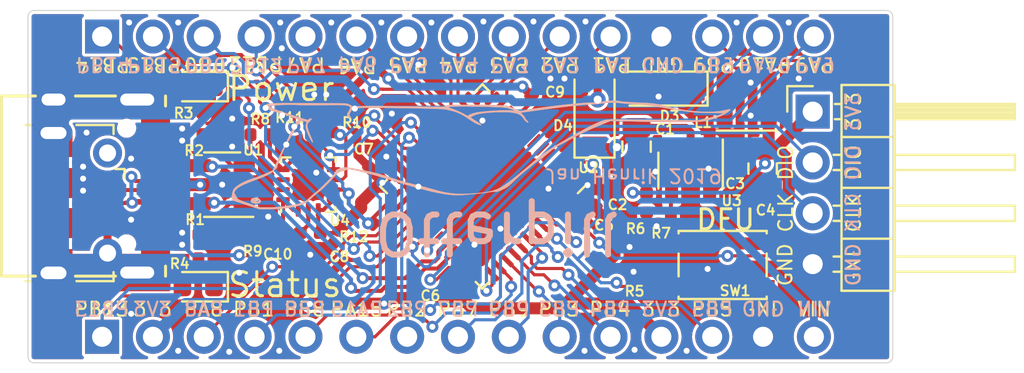
<source format=kicad_pcb>
(kicad_pcb (version 20171130) (host pcbnew 5.1.0)
  (layers (0 F.Cu signal) (31 B.Cu signal) (34 B.Paste user) (35 F.Paste user) (36 B.SilkS user) (37 F.SilkS user) (38 B.Mask user) (39 F.Mask user) (44 Edge.Cuts user))
  (net 0 "")
  (net 1 GND)
  (net 2 VBUS)
  (net 3 "Net-(C3-Pad2)")
  (net 4 "Net-(C3-Pad1)")
  (net 5 +3V3)
  (net 6 "Net-(D1-Pad1)")
  (net 7 "Net-(D2-Pad1)")
  (net 8 "Net-(J1-PadA8)")
  (net 9 "Net-(J1-PadB8)")
  (net 10 "Net-(J2-Pad4)")
  (net 11 "Net-(R5-Pad1)")
  (net 12 "Net-(R6-Pad2)")
  (net 13 "Net-(U2-Pad7)")
  (net 14 "Net-(U2-Pad6)")
  (net 15 "Net-(U2-Pad5)")
  (net 16 "Net-(U2-Pad4)")
  (net 17 "Net-(U2-Pad3)")
  (net 18 "Net-(U3-Pad3)")
  (net 19 SWCLK)
  (net 20 SWDIO)
  (net 21 CC2)
  (net 22 CC1)
  (net 23 "Net-(R8-Pad2)")
  (net 24 "Net-(R9-Pad2)")
  (net 25 INT_N)
  (net 26 SDA)
  (net 27 SCL)
  (net 28 "Net-(U4-Pad13)")
  (net 29 "Net-(U4-Pad12)")
  (net 30 USB_P)
  (net 31 USB_N)
  (net 32 VIN)
  (net 33 315)
  (net 34 314)
  (net 35 313)
  (net 36 311)
  (net 37 310)
  (net 38 39)
  (net 39 38)
  (net 40 37)
  (net 41 36)
  (net 42 35)
  (net 43 33)
  (net 44 32)
  (net 45 31)
  (net 46 413)
  (net 47 411)
  (net 48 410)
  (net 49 49)
  (net 50 48)
  (net 51 47)
  (net 52 46)
  (net 53 45)
  (net 54 44)
  (net 55 43)
  (net 56 41)
  (net 57 312)
  (module otter:otter_laying_278 (layer B.Cu) (at 42.4 27)
    (fp_text reference G*** hide)
    (fp_text value LOGO hide)
  )
  (module Diode_SMD:D_SOD-123 (layer F.Cu) (at 51.7 23.7 180)
    (fp_text reference D3 (at -0.35 -1.375 180) (layer F.SilkS) (effects (font (size 0.5 0.5) (thickness 0.1))))
    (fp_text value SS310)
    (pad 2 smd rect (at 1.65 0 180) (size 0.9 1.2) (layers F.Cu F.Paste F.Mask) (net 1 GND))
    (pad 1 smd rect (at -1.65 0 180) (size 0.9 1.2) (layers F.Cu F.Paste F.Mask) (net 3 "Net-(C3-Pad2)"))
  )
  (module Inductor_SMD:L_Taiyo-Yuden_MD-3030 (layer F.Cu) (at 55.9 24.2)
    (fp_text reference L1 (at -2.175 1.2) (layer F.SilkS) (effects (font (size 0.5 0.5) (thickness 0.1))))
    (fp_text value 4u7)
    (pad 2 smd rect (at 1.1 0) (size 0.8 2.7) (layers F.Cu F.Paste F.Mask) (net 5 +3V3))
    (pad 1 smd rect (at -1.1 0) (size 0.8 2.7) (layers F.Cu F.Paste F.Mask) (net 3 "Net-(C3-Pad2)"))
  )
  (module Connector_PinHeader_2.54mm:PinHeader_1x15_P2.54mm_Vertical (layer F.Cu) (at 23.7 21.1 90)
    (fp_text reference J3 hide)
    (fp_text value 1)
    (pad 15 thru_hole oval (at 0 35.56 90) (size 1.7 1.7) (drill 1) (layers *.Cu *.Mask) (net 33 315))
    (pad 14 thru_hole oval (at 0 33.02 90) (size 1.7 1.7) (drill 1) (layers *.Cu *.Mask) (net 34 314))
    (pad 13 thru_hole oval (at 0 30.48 90) (size 1.7 1.7) (drill 1) (layers *.Cu *.Mask) (net 35 313))
    (pad 12 thru_hole oval (at 0 27.94 90) (size 1.7 1.7) (drill 1) (layers *.Cu *.Mask) (net 1 GND))
    (pad 11 thru_hole oval (at 0 25.4 90) (size 1.7 1.7) (drill 1) (layers *.Cu *.Mask) (net 36 311))
    (pad 10 thru_hole oval (at 0 22.86 90) (size 1.7 1.7) (drill 1) (layers *.Cu *.Mask) (net 37 310))
    (pad 9 thru_hole oval (at 0 20.32 90) (size 1.7 1.7) (drill 1) (layers *.Cu *.Mask) (net 38 39))
    (pad 8 thru_hole oval (at 0 17.78 90) (size 1.7 1.7) (drill 1) (layers *.Cu *.Mask) (net 39 38))
    (pad 7 thru_hole oval (at 0 15.24 90) (size 1.7 1.7) (drill 1) (layers *.Cu *.Mask) (net 40 37))
    (pad 6 thru_hole oval (at 0 12.7 90) (size 1.7 1.7) (drill 1) (layers *.Cu *.Mask) (net 41 36))
    (pad 5 thru_hole oval (at 0 10.16 90) (size 1.7 1.7) (drill 1) (layers *.Cu *.Mask) (net 42 35))
    (pad 4 thru_hole oval (at 0 7.62 90) (size 1.7 1.7) (drill 1) (layers *.Cu *.Mask) (net 25 INT_N))
    (pad 3 thru_hole oval (at 0 5.08 90) (size 1.7 1.7) (drill 1) (layers *.Cu *.Mask) (net 43 33))
    (pad 2 thru_hole oval (at 0 2.54 90) (size 1.7 1.7) (drill 1) (layers *.Cu *.Mask) (net 44 32))
    (pad 1 thru_hole rect (at 0 0 90) (size 1.7 1.7) (drill 1) (layers *.Cu *.Mask) (net 45 31))
  )
  (module Connector_PinHeader_2.54mm:PinHeader_1x15_P2.54mm_Vertical (layer F.Cu) (at 23.7 36.1 90)
    (fp_text reference J4 hide)
    (fp_text value 2)
    (pad 15 thru_hole oval (at 0 35.56 90) (size 1.7 1.7) (drill 1) (layers *.Cu *.Mask) (net 32 VIN))
    (pad 14 thru_hole oval (at 0 33.02 90) (size 1.7 1.7) (drill 1) (layers *.Cu *.Mask) (net 1 GND))
    (pad 13 thru_hole oval (at 0 30.48 90) (size 1.7 1.7) (drill 1) (layers *.Cu *.Mask) (net 46 413))
    (pad 12 thru_hole oval (at 0 27.94 90) (size 1.7 1.7) (drill 1) (layers *.Cu *.Mask) (net 5 +3V3))
    (pad 11 thru_hole oval (at 0 25.4 90) (size 1.7 1.7) (drill 1) (layers *.Cu *.Mask) (net 47 411))
    (pad 10 thru_hole oval (at 0 22.86 90) (size 1.7 1.7) (drill 1) (layers *.Cu *.Mask) (net 48 410))
    (pad 9 thru_hole oval (at 0 20.32 90) (size 1.7 1.7) (drill 1) (layers *.Cu *.Mask) (net 49 49))
    (pad 8 thru_hole oval (at 0 17.78 90) (size 1.7 1.7) (drill 1) (layers *.Cu *.Mask) (net 50 48))
    (pad 7 thru_hole oval (at 0 15.24 90) (size 1.7 1.7) (drill 1) (layers *.Cu *.Mask) (net 51 47))
    (pad 6 thru_hole oval (at 0 12.7 90) (size 1.7 1.7) (drill 1) (layers *.Cu *.Mask) (net 52 46))
    (pad 5 thru_hole oval (at 0 10.16 90) (size 1.7 1.7) (drill 1) (layers *.Cu *.Mask) (net 53 45))
    (pad 4 thru_hole oval (at 0 7.62 90) (size 1.7 1.7) (drill 1) (layers *.Cu *.Mask) (net 54 44))
    (pad 3 thru_hole oval (at 0 5.08 90) (size 1.7 1.7) (drill 1) (layers *.Cu *.Mask) (net 55 43))
    (pad 2 thru_hole oval (at 0 2.54 90) (size 1.7 1.7) (drill 1) (layers *.Cu *.Mask) (net 5 +3V3))
    (pad 1 thru_hole rect (at 0 0 90) (size 1.7 1.7) (drill 1) (layers *.Cu *.Mask) (net 56 41))
  )
  (module Button_Switch_SMD:SW_SPST_PTS810 (layer F.Cu) (at 54.7 32.512 180)
    (fp_text reference SW1 (at -0.625 -1.288 180) (layer F.SilkS) (effects (font (size 0.5 0.5) (thickness 0.1))))
    (fp_text value SW_Push)
    (pad 2 smd rect (at 2.075 1.075 180) (size 1.05 0.65) (layers F.Cu F.Paste F.Mask) (net 5 +3V3))
    (pad 2 smd rect (at -2.075 1.075 180) (size 1.05 0.65) (layers F.Cu F.Paste F.Mask) (net 5 +3V3))
    (pad 1 smd rect (at 2.075 -1.075 180) (size 1.05 0.65) (layers F.Cu F.Paste F.Mask) (net 11 "Net-(R5-Pad1)"))
    (pad 1 smd rect (at -2.075 -1.075 180) (size 1.05 0.65) (layers F.Cu F.Paste F.Mask) (net 11 "Net-(R5-Pad1)"))
  )
  (module Diode_SMD:D_SOD-123 (layer F.Cu) (at 48.3 24.9 90)
    (fp_text reference D4 (at -0.65 -1.575 180) (layer F.SilkS) (effects (font (size 0.5 0.5) (thickness 0.1))))
    (fp_text value SS310)
    (pad 2 smd rect (at 1.65 0 90) (size 0.9 1.2) (layers F.Cu F.Paste F.Mask) (net 2 VBUS))
    (pad 1 smd rect (at -1.65 0 90) (size 0.9 1.2) (layers F.Cu F.Paste F.Mask) (net 32 VIN))
  )
  (module Capacitor_SMD:C_0402_1005Metric (layer F.Cu) (at 33.6 31.4 270)
    (fp_text reference C10 (at 0.575 1.125) (layer F.SilkS) (effects (font (size 0.5 0.5) (thickness 0.1))))
    (fp_text value 100n)
    (pad 2 smd roundrect (at 0.485 0 270) (size 0.59 0.64) (layers F.Cu F.Paste F.Mask) (net 1 GND))
    (pad 1 smd roundrect (at -0.485 0 270) (size 0.59 0.64) (layers F.Cu F.Paste F.Mask) (net 2 VBUS))
  )
  (module Capacitor_SMD:C_0402_1005Metric (layer F.Cu) (at 45.5 24.4 315)
    (fp_text reference C9 (at 0.213769 -0.956231) (layer F.SilkS) (effects (font (size 0.5 0.5) (thickness 0.1))))
    (fp_text value 100n)
    (pad 2 smd roundrect (at 0.485 0 315) (size 0.59 0.64) (layers F.Cu F.Paste F.Mask) (net 1 GND))
    (pad 1 smd roundrect (at -0.485 0 315) (size 0.59 0.64) (layers F.Cu F.Paste F.Mask) (net 5 +3V3))
  )
  (module Capacitor_SMD:C_0402_1005Metric (layer F.Cu) (at 34.6 31.4 270)
    (fp_text reference C8 (at 0.7 -0.95) (layer F.SilkS) (effects (font (size 0.5 0.5) (thickness 0.1))))
    (fp_text value 100n)
    (pad 2 smd roundrect (at 0.485 0 270) (size 0.59 0.64) (layers F.Cu F.Paste F.Mask) (net 1 GND))
    (pad 1 smd roundrect (at -0.485 0 270) (size 0.59 0.64) (layers F.Cu F.Paste F.Mask) (net 5 +3V3))
  )
  (module Capacitor_SMD:C_0402_1005Metric (layer F.Cu) (at 37.4 27.3 45)
    (fp_text reference C7 (at -0.035355 -0.848528 180) (layer F.SilkS) (effects (font (size 0.5 0.5) (thickness 0.1))))
    (fp_text value 100n)
    (pad 2 smd roundrect (at 0.485 0 45) (size 0.59 0.64) (layers F.Cu F.Paste F.Mask) (net 1 GND))
    (pad 1 smd roundrect (at -0.485 0 45) (size 0.59 0.64) (layers F.Cu F.Paste F.Mask) (net 5 +3V3))
  )
  (module Capacitor_SMD:C_0402_1005Metric (layer F.Cu) (at 41.342947 33.842947 135)
    (fp_text reference C6 (at 0.732488 -1.025305 180) (layer F.SilkS) (effects (font (size 0.5 0.5) (thickness 0.1))))
    (fp_text value 100n)
    (pad 2 smd roundrect (at 0.485 0 135) (size 0.59 0.64) (layers F.Cu F.Paste F.Mask) (net 1 GND))
    (pad 1 smd roundrect (at -0.485 0 135) (size 0.59 0.64) (layers F.Cu F.Paste F.Mask) (net 5 +3V3))
  )
  (module Capacitor_SMD:C_0402_1005Metric (layer F.Cu) (at 48 29.9 225)
    (fp_text reference C5 (at -0.106066 -0.989949) (layer F.SilkS) (effects (font (size 0.5 0.5) (thickness 0.1))))
    (fp_text value 100n)
    (pad 2 smd roundrect (at 0.485 0 225) (size 0.59 0.64) (layers F.Cu F.Paste F.Mask) (net 1 GND))
    (pad 1 smd roundrect (at -0.485 0 225) (size 0.59 0.64) (layers F.Cu F.Paste F.Mask) (net 5 +3V3))
  )
  (module Capacitor_SMD:C_0402_1005Metric (layer F.Cu) (at 55.3 27.2 90)
    (fp_text reference C3 (at -1.25 0.025 180) (layer F.SilkS) (effects (font (size 0.5 0.5) (thickness 0.1))))
    (fp_text value 100n)
    (pad 2 smd roundrect (at 0.485 0 90) (size 0.59 0.64) (layers F.Cu F.Paste F.Mask) (net 3 "Net-(C3-Pad2)"))
    (pad 1 smd roundrect (at -0.485 0 90) (size 0.59 0.64) (layers F.Cu F.Paste F.Mask) (net 4 "Net-(C3-Pad1)"))
  )
  (module Capacitor_SMD:C_0402_1005Metric (layer F.Cu) (at 49 28.2 270)
    (fp_text reference C2 (at 1.3 -0.45) (layer F.SilkS) (effects (font (size 0.5 0.5) (thickness 0.1))))
    (fp_text value 100n)
    (pad 2 smd roundrect (at 0.485 0 270) (size 0.59 0.64) (layers F.Cu F.Paste F.Mask) (net 1 GND))
    (pad 1 smd roundrect (at -0.485 0 270) (size 0.59 0.64) (layers F.Cu F.Paste F.Mask) (net 32 VIN))
  )
  (module Resistor_SMD:R_0402_1005Metric (layer F.Cu) (at 36.9 30.1 315)
    (fp_text reference R12 (at 0.265165 1.149049 180) (layer F.SilkS) (effects (font (size 0.5 0.5) (thickness 0.1))))
    (fp_text value 5k1)
    (pad 2 smd roundrect (at 0.485 0 315) (size 0.59 0.64) (layers F.Cu F.Paste F.Mask) (net 25 INT_N))
    (pad 1 smd roundrect (at -0.485 0 315) (size 0.59 0.64) (layers F.Cu F.Paste F.Mask) (net 5 +3V3))
  )
  (module Resistor_SMD:R_0402_1005Metric (layer F.Cu) (at 34.2 25.4 270)
    (fp_text reference R11 (at -0.25 1.125) (layer F.SilkS) (effects (font (size 0.5 0.5) (thickness 0.1))))
    (fp_text value 5k1)
    (pad 2 smd roundrect (at 0.485 0 270) (size 0.59 0.64) (layers F.Cu F.Paste F.Mask) (net 26 SDA))
    (pad 1 smd roundrect (at -0.485 0 270) (size 0.59 0.64) (layers F.Cu F.Paste F.Mask) (net 5 +3V3))
  )
  (module Resistor_SMD:R_0402_1005Metric (layer F.Cu) (at 35.2 25.399999 270)
    (fp_text reference R10 (at 0 -1.225) (layer F.SilkS) (effects (font (size 0.5 0.5) (thickness 0.1))))
    (fp_text value 5k1)
    (pad 2 smd roundrect (at 0.485 0 270) (size 0.59 0.64) (layers F.Cu F.Paste F.Mask) (net 27 SCL))
    (pad 1 smd roundrect (at -0.485 0 270) (size 0.59 0.64) (layers F.Cu F.Paste F.Mask) (net 5 +3V3))
  )
  (module Resistor_SMD:R_0402_1005Metric (layer F.Cu) (at 31.6 31)
    (fp_text reference R9 (at -0.375 0.825) (layer F.SilkS) (effects (font (size 0.5 0.5) (thickness 0.1))))
    (fp_text value DNP)
    (pad 2 smd roundrect (at 0.485 0) (size 0.59 0.64) (layers F.Cu F.Paste F.Mask) (net 24 "Net-(R9-Pad2)"))
    (pad 1 smd roundrect (at -0.485 0) (size 0.59 0.64) (layers F.Cu F.Paste F.Mask) (net 21 CC2))
  )
  (module Resistor_SMD:R_0402_1005Metric (layer F.Cu) (at 31.6 26)
    (fp_text reference R8 (at 0 -0.775) (layer F.SilkS) (effects (font (size 0.5 0.5) (thickness 0.1))))
    (fp_text value DNP)
    (pad 2 smd roundrect (at 0.485 0) (size 0.59 0.64) (layers F.Cu F.Paste F.Mask) (net 23 "Net-(R8-Pad2)"))
    (pad 1 smd roundrect (at -0.485 0) (size 0.59 0.64) (layers F.Cu F.Paste F.Mask) (net 22 CC1))
  )
  (module Resistor_SMD:R_0402_1005Metric (layer F.Cu) (at 52.6 30.1)
    (fp_text reference R7 (at -0.975 0.825) (layer F.SilkS) (effects (font (size 0.5 0.5) (thickness 0.1))))
    (fp_text value 5k1)
    (pad 2 smd roundrect (at 0.485 0) (size 0.59 0.64) (layers F.Cu F.Paste F.Mask) (net 1 GND))
    (pad 1 smd roundrect (at -0.485 0) (size 0.59 0.64) (layers F.Cu F.Paste F.Mask) (net 12 "Net-(R6-Pad2)"))
  )
  (module Resistor_SMD:R_0402_1005Metric (layer F.Cu) (at 50.9 29.4 270)
    (fp_text reference R6 (at 1.3 0.55) (layer F.SilkS) (effects (font (size 0.5 0.5) (thickness 0.1))))
    (fp_text value TBD)
    (pad 2 smd roundrect (at 0.485 0 270) (size 0.59 0.64) (layers F.Cu F.Paste F.Mask) (net 12 "Net-(R6-Pad2)"))
    (pad 1 smd roundrect (at -0.485 0 270) (size 0.59 0.64) (layers F.Cu F.Paste F.Mask) (net 5 +3V3))
  )
  (module Resistor_SMD:R_0402_1005Metric (layer F.Cu) (at 51.246 33.1 90)
    (fp_text reference R5 (at -0.725 -0.946 180) (layer F.SilkS) (effects (font (size 0.5 0.5) (thickness 0.1))))
    (fp_text value 5k1)
    (pad 2 smd roundrect (at 0.485 0 90) (size 0.59 0.64) (layers F.Cu F.Paste F.Mask) (net 1 GND))
    (pad 1 smd roundrect (at -0.485 0 90) (size 0.59 0.64) (layers F.Cu F.Paste F.Mask) (net 11 "Net-(R5-Pad1)"))
  )
  (module Resistor_SMD:R_0402_1005Metric (layer F.Cu) (at 29 32.2)
    (fp_text reference R4 (at -1.425 0.25) (layer F.SilkS) (effects (font (size 0.5 0.5) (thickness 0.1))))
    (fp_text value R)
    (pad 2 smd roundrect (at 0.485 0) (size 0.59 0.64) (layers F.Cu F.Paste F.Mask) (net 1 GND))
    (pad 1 smd roundrect (at -0.485 0) (size 0.59 0.64) (layers F.Cu F.Paste F.Mask) (net 7 "Net-(D2-Pad1)"))
  )
  (module Resistor_SMD:R_0402_1005Metric (layer F.Cu) (at 29.2 24.9)
    (fp_text reference R3 (at -1.425 0.025) (layer F.SilkS) (effects (font (size 0.5 0.5) (thickness 0.1))))
    (fp_text value R)
    (pad 2 smd roundrect (at 0.485 0) (size 0.59 0.64) (layers F.Cu F.Paste F.Mask) (net 1 GND))
    (pad 1 smd roundrect (at -0.485 0) (size 0.59 0.64) (layers F.Cu F.Paste F.Mask) (net 6 "Net-(D1-Pad1)"))
  )
  (module Resistor_SMD:R_0402_1005Metric (layer F.Cu) (at 29.2 26 180)
    (fp_text reference R2 (at 0.9 -0.8 180) (layer F.SilkS) (effects (font (size 0.5 0.5) (thickness 0.1))))
    (fp_text value 5k1)
    (pad 2 smd roundrect (at 0.485 0 180) (size 0.59 0.64) (layers F.Cu F.Paste F.Mask) (net 22 CC1))
    (pad 1 smd roundrect (at -0.485 0 180) (size 0.59 0.64) (layers F.Cu F.Paste F.Mask) (net 1 GND))
  )
  (module Resistor_SMD:R_0402_1005Metric (layer F.Cu) (at 29 31 180)
    (fp_text reference R1 (at 0.65 0.75 180) (layer F.SilkS) (effects (font (size 0.5 0.5) (thickness 0.1))))
    (fp_text value 5k1)
    (pad 2 smd roundrect (at 0.485 0 180) (size 0.59 0.64) (layers F.Cu F.Paste F.Mask) (net 21 CC2))
    (pad 1 smd roundrect (at -0.485 0 180) (size 0.59 0.64) (layers F.Cu F.Paste F.Mask) (net 1 GND))
  )
  (module Package_DFN_QFN:WQFN-14-1EP_2.5x2.5mm_P0.5mm_EP1.45x1.45mm (layer F.Cu) (at 34 28.5 90)
    (fp_text reference U4 (at -1.8 1.575 180) (layer F.SilkS) (effects (font (size 0.5 0.5) (thickness 0.1))))
    (fp_text value FUSB302BMPX)
    (pad 14 smd roundrect (at -0.75 -1.2625 90) (size 0.25 0.675) (layers F.Cu F.Paste F.Mask) (net 24 "Net-(R9-Pad2)"))
    (pad 13 smd roundrect (at -0.25 -1.2625 90) (size 0.25 0.675) (layers F.Cu F.Paste F.Mask) (net 28 "Net-(U4-Pad13)"))
    (pad 12 smd roundrect (at 0.25 -1.2625 90) (size 0.25 0.675) (layers F.Cu F.Paste F.Mask) (net 29 "Net-(U4-Pad12)"))
    (pad 11 smd roundrect (at 0.75 -1.2625 90) (size 0.25 0.675) (layers F.Cu F.Paste F.Mask) (net 23 "Net-(R8-Pad2)"))
    (pad 10 smd roundrect (at 1.2625 -0.5 90) (size 0.675 0.25) (layers F.Cu F.Paste F.Mask) (net 23 "Net-(R8-Pad2)"))
    (pad 9 smd roundrect (at 1.2625 0 90) (size 0.675 0.25) (layers F.Cu F.Paste F.Mask) (net 1 GND))
    (pad 8 smd roundrect (at 1.2625 0.5 90) (size 0.675 0.25) (layers F.Cu F.Paste F.Mask) (net 1 GND))
    (pad 7 smd roundrect (at 0.75 1.2625 90) (size 0.25 0.675) (layers F.Cu F.Paste F.Mask) (net 26 SDA))
    (pad 6 smd roundrect (at 0.25 1.2625 90) (size 0.25 0.675) (layers F.Cu F.Paste F.Mask) (net 27 SCL))
    (pad 5 smd roundrect (at -0.25 1.2625 90) (size 0.25 0.675) (layers F.Cu F.Paste F.Mask) (net 25 INT_N))
    (pad 4 smd roundrect (at -0.75 1.2625 90) (size 0.25 0.675) (layers F.Cu F.Paste F.Mask) (net 5 +3V3))
    (pad 3 smd roundrect (at -1.2625 0.5 90) (size 0.675 0.25) (layers F.Cu F.Paste F.Mask) (net 5 +3V3))
    (pad 2 smd roundrect (at -1.2625 0 90) (size 0.675 0.25) (layers F.Cu F.Paste F.Mask) (net 2 VBUS))
    (pad 1 smd roundrect (at -1.2625 -0.5 90) (size 0.675 0.25) (layers F.Cu F.Paste F.Mask) (net 24 "Net-(R9-Pad2)"))
    (pad 15 smd roundrect (at 0 0 90) (size 1.45 1.45) (layers F.Cu F.Mask) (roundrect_rratio 0.172414) (net 1 GND))
  )
  (module Connector_PinHeader_2.54mm:PinHeader_1x04_P2.54mm_Horizontal (layer F.Cu) (at 59.2 24.85)
    (fp_text reference J5 hide)
    (fp_text value SWD)
    (pad 4 thru_hole oval (at 0 7.62) (size 1.7 1.7) (drill 1) (layers *.Cu *.Mask) (net 1 GND))
    (pad 3 thru_hole oval (at 0 5.08) (size 1.7 1.7) (drill 1) (layers *.Cu *.Mask) (net 19 SWCLK))
    (pad 2 thru_hole oval (at 0 2.54) (size 1.7 1.7) (drill 1) (layers *.Cu *.Mask) (net 20 SWDIO))
    (pad 1 thru_hole rect (at 0 0) (size 1.7 1.7) (drill 1) (layers *.Cu *.Mask) (net 5 +3V3))
  )
  (module Package_TO_SOT_SMD:SOT-23-6 (layer F.Cu) (at 53.1 27.8 270)
    (fp_text reference U3 (at 1.5 -2.05) (layer F.SilkS) (effects (font (size 0.5 0.5) (thickness 0.1))))
    (fp_text value ACT4088)
    (pad 5 smd rect (at 1.1 0 270) (size 1.06 0.65) (layers F.Cu F.Paste F.Mask) (net 1 GND))
    (pad 6 smd rect (at 1.1 -0.95 270) (size 1.06 0.65) (layers F.Cu F.Paste F.Mask) (net 4 "Net-(C3-Pad1)"))
    (pad 4 smd rect (at 1.1 0.95 270) (size 1.06 0.65) (layers F.Cu F.Paste F.Mask) (net 12 "Net-(R6-Pad2)"))
    (pad 3 smd rect (at -1.1 0.95 270) (size 1.06 0.65) (layers F.Cu F.Paste F.Mask) (net 18 "Net-(U3-Pad3)"))
    (pad 2 smd rect (at -1.1 0 270) (size 1.06 0.65) (layers F.Cu F.Paste F.Mask) (net 32 VIN))
    (pad 1 smd rect (at -1.1 -0.95 270) (size 1.06 0.65) (layers F.Cu F.Paste F.Mask) (net 3 "Net-(C3-Pad2)"))
  )
  (module Package_DFN_QFN:QFN-48-1EP_7x7mm_P0.5mm_EP5.6x5.6mm (layer F.Cu) (at 42.7 28.589949 225)
    (fp_text reference U2 (at -4.41231 -3.083022) (layer F.SilkS) (effects (font (size 0.5 0.5) (thickness 0.1))))
    (fp_text value STM32F072CBUx)
    (pad 48 smd roundrect (at -2.75 -3.4375 225) (size 0.25 0.875) (layers F.Cu F.Paste F.Mask) (net 5 +3V3))
    (pad 47 smd roundrect (at -2.25 -3.4375 225) (size 0.25 0.875) (layers F.Cu F.Paste F.Mask) (net 1 GND))
    (pad 46 smd roundrect (at -1.75 -3.4375 225) (size 0.25 0.875) (layers F.Cu F.Paste F.Mask) (net 35 313))
    (pad 45 smd roundrect (at -1.25 -3.4375 225) (size 0.25 0.875) (layers F.Cu F.Paste F.Mask) (net 53 45))
    (pad 44 smd roundrect (at -0.75 -3.4375 225) (size 0.25 0.875) (layers F.Cu F.Paste F.Mask) (net 11 "Net-(R5-Pad1)"))
    (pad 43 smd roundrect (at -0.25 -3.4375 225) (size 0.25 0.875) (layers F.Cu F.Paste F.Mask) (net 50 48))
    (pad 42 smd roundrect (at 0.25 -3.4375 225) (size 0.25 0.875) (layers F.Cu F.Paste F.Mask) (net 49 49))
    (pad 41 smd roundrect (at 0.75 -3.4375 225) (size 0.25 0.875) (layers F.Cu F.Paste F.Mask) (net 46 413))
    (pad 40 smd roundrect (at 1.25 -3.4375 225) (size 0.25 0.875) (layers F.Cu F.Paste F.Mask) (net 47 411))
    (pad 39 smd roundrect (at 1.75 -3.4375 225) (size 0.25 0.875) (layers F.Cu F.Paste F.Mask) (net 48 410))
    (pad 38 smd roundrect (at 2.25 -3.4375 225) (size 0.25 0.875) (layers F.Cu F.Paste F.Mask) (net 52 46))
    (pad 37 smd roundrect (at 2.75 -3.4375 225) (size 0.25 0.875) (layers F.Cu F.Paste F.Mask) (net 19 SWCLK))
    (pad 36 smd roundrect (at 3.4375 -2.75 225) (size 0.875 0.25) (layers F.Cu F.Paste F.Mask) (net 5 +3V3))
    (pad 35 smd roundrect (at 3.4375 -2.25 225) (size 0.875 0.25) (layers F.Cu F.Paste F.Mask) (net 1 GND))
    (pad 34 smd roundrect (at 3.4375 -1.75 225) (size 0.875 0.25) (layers F.Cu F.Paste F.Mask) (net 20 SWDIO))
    (pad 33 smd roundrect (at 3.4375 -1.25 225) (size 0.875 0.25) (layers F.Cu F.Paste F.Mask) (net 30 USB_P))
    (pad 32 smd roundrect (at 3.4375 -0.75 225) (size 0.875 0.25) (layers F.Cu F.Paste F.Mask) (net 31 USB_N))
    (pad 31 smd roundrect (at 3.4375 -0.25 225) (size 0.875 0.25) (layers F.Cu F.Paste F.Mask) (net 34 314))
    (pad 30 smd roundrect (at 3.4375 0.25 225) (size 0.875 0.25) (layers F.Cu F.Paste F.Mask) (net 33 315))
    (pad 29 smd roundrect (at 3.4375 0.75 225) (size 0.875 0.25) (layers F.Cu F.Paste F.Mask) (net 55 43))
    (pad 28 smd roundrect (at 3.4375 1.25 225) (size 0.875 0.25) (layers F.Cu F.Paste F.Mask) (net 44 32))
    (pad 27 smd roundrect (at 3.4375 1.75 225) (size 0.875 0.25) (layers F.Cu F.Paste F.Mask) (net 45 31))
    (pad 26 smd roundrect (at 3.4375 2.25 225) (size 0.875 0.25) (layers F.Cu F.Paste F.Mask) (net 56 41))
    (pad 25 smd roundrect (at 3.4375 2.75 225) (size 0.875 0.25) (layers F.Cu F.Paste F.Mask) (net 25 INT_N))
    (pad 24 smd roundrect (at 2.75 3.4375 225) (size 0.25 0.875) (layers F.Cu F.Paste F.Mask) (net 5 +3V3))
    (pad 23 smd roundrect (at 2.25 3.4375 225) (size 0.25 0.875) (layers F.Cu F.Paste F.Mask) (net 1 GND))
    (pad 22 smd roundrect (at 1.75 3.4375 225) (size 0.25 0.875) (layers F.Cu F.Paste F.Mask) (net 26 SDA))
    (pad 21 smd roundrect (at 1.25 3.4375 225) (size 0.25 0.875) (layers F.Cu F.Paste F.Mask) (net 27 SCL))
    (pad 20 smd roundrect (at 0.75 3.4375 225) (size 0.25 0.875) (layers F.Cu F.Paste F.Mask) (net 51 47))
    (pad 19 smd roundrect (at 0.25 3.4375 225) (size 0.25 0.875) (layers F.Cu F.Paste F.Mask) (net 54 44))
    (pad 18 smd roundrect (at -0.25 3.4375 225) (size 0.25 0.875) (layers F.Cu F.Paste F.Mask) (net 43 33))
    (pad 17 smd roundrect (at -0.75 3.4375 225) (size 0.25 0.875) (layers F.Cu F.Paste F.Mask) (net 42 35))
    (pad 16 smd roundrect (at -1.25 3.4375 225) (size 0.25 0.875) (layers F.Cu F.Paste F.Mask) (net 41 36))
    (pad 15 smd roundrect (at -1.75 3.4375 225) (size 0.25 0.875) (layers F.Cu F.Paste F.Mask) (net 40 37))
    (pad 14 smd roundrect (at -2.25 3.4375 225) (size 0.25 0.875) (layers F.Cu F.Paste F.Mask) (net 39 38))
    (pad 13 smd roundrect (at -2.75 3.4375 225) (size 0.25 0.875) (layers F.Cu F.Paste F.Mask) (net 38 39))
    (pad 12 smd roundrect (at -3.4375 2.75 225) (size 0.875 0.25) (layers F.Cu F.Paste F.Mask) (net 37 310))
    (pad 11 smd roundrect (at -3.4375 2.25 225) (size 0.875 0.25) (layers F.Cu F.Paste F.Mask) (net 36 311))
    (pad 10 smd roundrect (at -3.4375 1.75 225) (size 0.875 0.25) (layers F.Cu F.Paste F.Mask) (net 57 312))
    (pad 9 smd roundrect (at -3.4375 1.25 225) (size 0.875 0.25) (layers F.Cu F.Paste F.Mask) (net 5 +3V3))
    (pad 8 smd roundrect (at -3.4375 0.75 225) (size 0.875 0.25) (layers F.Cu F.Paste F.Mask) (net 1 GND))
    (pad 7 smd roundrect (at -3.4375 0.25 225) (size 0.875 0.25) (layers F.Cu F.Paste F.Mask) (net 13 "Net-(U2-Pad7)"))
    (pad 6 smd roundrect (at -3.4375 -0.25 225) (size 0.875 0.25) (layers F.Cu F.Paste F.Mask) (net 14 "Net-(U2-Pad6)"))
    (pad 5 smd roundrect (at -3.4375 -0.75 225) (size 0.875 0.25) (layers F.Cu F.Paste F.Mask) (net 15 "Net-(U2-Pad5)"))
    (pad 4 smd roundrect (at -3.4375 -1.25 225) (size 0.875 0.25) (layers F.Cu F.Paste F.Mask) (net 16 "Net-(U2-Pad4)"))
    (pad 3 smd roundrect (at -3.4375 -1.75 225) (size 0.875 0.25) (layers F.Cu F.Paste F.Mask) (net 17 "Net-(U2-Pad3)"))
    (pad 2 smd roundrect (at -3.4375 -2.25 225) (size 0.875 0.25) (layers F.Cu F.Paste F.Mask) (net 11 "Net-(R5-Pad1)"))
    (pad 1 smd roundrect (at -3.4375 -2.75 225) (size 0.875 0.25) (layers F.Cu F.Paste F.Mask) (net 5 +3V3))
    (pad 49 smd roundrect (at 0 0 225) (size 5.6 5.6) (layers F.Cu F.Mask) (roundrect_rratio 0.044643) (net 1 GND))
  )
  (module Package_TO_SOT_SMD:SOT-23-6 (layer F.Cu) (at 29.7 28.5 180)
    (fp_text reference U1 (at -1.55 1.725 180) (layer F.SilkS) (effects (font (size 0.5 0.5) (thickness 0.1))))
    (fp_text value USBLC6-4)
    (pad 5 smd rect (at 1.1 0 180) (size 1.06 0.65) (layers F.Cu F.Paste F.Mask) (net 2 VBUS))
    (pad 6 smd rect (at 1.1 -0.95 180) (size 1.06 0.65) (layers F.Cu F.Paste F.Mask) (net 30 USB_P))
    (pad 4 smd rect (at 1.1 0.95 180) (size 1.06 0.65) (layers F.Cu F.Paste F.Mask) (net 31 USB_N))
    (pad 3 smd rect (at -1.1 0.95 180) (size 1.06 0.65) (layers F.Cu F.Paste F.Mask) (net 22 CC1))
    (pad 2 smd rect (at -1.1 0 180) (size 1.06 0.65) (layers F.Cu F.Paste F.Mask) (net 1 GND))
    (pad 1 smd rect (at -1.1 -0.95 180) (size 1.06 0.65) (layers F.Cu F.Paste F.Mask) (net 21 CC2))
  )
  (module Connector_USB:USB_Micro-B_Molex-105017-0001 (layer F.Cu) (at 22.51 29.42 270)
    (fp_text reference J2 hide)
    (fp_text value usb2)
    (pad 6 smd rect (at -2.9 1.2375 270) (size 1.2 1.9) (layers F.Cu F.Mask) (net 1 GND))
    (pad 6 smd rect (at 2.9 1.2375 270) (size 1.2 1.9) (layers F.Cu F.Mask) (net 1 GND))
    (pad 6 thru_hole oval (at 3.5 1.2375 270) (size 1.2 1.9) (drill oval 0.6 1.3) (layers *.Cu *.Mask) (net 1 GND))
    (pad 6 thru_hole oval (at -3.5 1.2375 90) (size 1.2 1.9) (drill oval 0.6 1.3) (layers *.Cu *.Mask) (net 1 GND))
    (pad 6 smd rect (at -1 1.2375 270) (size 1.5 1.9) (layers F.Cu F.Paste F.Mask) (net 1 GND))
    (pad 6 thru_hole circle (at 2.5 -1.4625 270) (size 1.45 1.45) (drill 0.85) (layers *.Cu *.Mask) (net 1 GND))
    (pad 3 smd rect (at 0 -1.4625 270) (size 0.4 1.35) (layers F.Cu F.Paste F.Mask) (net 30 USB_P))
    (pad 4 smd rect (at 0.65 -1.4625 270) (size 0.4 1.35) (layers F.Cu F.Paste F.Mask) (net 10 "Net-(J2-Pad4)"))
    (pad 5 smd rect (at 1.3 -1.4625 270) (size 0.4 1.35) (layers F.Cu F.Paste F.Mask) (net 1 GND))
    (pad 1 smd rect (at -1.3 -1.4625 270) (size 0.4 1.35) (layers F.Cu F.Paste F.Mask) (net 2 VBUS))
    (pad 2 smd rect (at -0.65 -1.4625 270) (size 0.4 1.35) (layers F.Cu F.Paste F.Mask) (net 31 USB_N))
    (pad 6 thru_hole circle (at -2.5 -1.4625 270) (size 1.45 1.45) (drill 0.85) (layers *.Cu *.Mask) (net 1 GND))
    (pad 6 smd rect (at 1 1.2375 270) (size 1.5 1.9) (layers F.Cu F.Paste F.Mask) (net 1 GND))
  )
  (module "otter:USB-C 16Pin" (layer F.Cu) (at 26.369999 28.57 270)
    (fp_text reference J1 hide)
    (fp_text value USB-c)
    (pad S1 thru_hole oval (at -4.32 0.915 270) (size 1 2.1) (drill oval 0.6 1.7) (layers *.Cu *.Mask) (net 1 GND))
    (pad S1 thru_hole oval (at 4.32 0.915 270) (size 1 2.1) (drill oval 0.6 1.7) (layers *.Cu *.Mask) (net 1 GND))
    (pad S1 thru_hole oval (at -4.32 5.095 270) (size 1 1.6) (drill oval 0.6 1.2) (layers *.Cu *.Mask) (net 1 GND))
    (pad S1 thru_hole oval (at 4.32 5.095 270) (size 1 1.6) (drill oval 0.6 1.2) (layers *.Cu *.Mask) (net 1 GND))
    (pad "" np_thru_hole circle (at 2.89 1.445 270) (size 0.65 0.65) (drill 0.65) (layers *.Cu *.Mask))
    (pad "" np_thru_hole circle (at -2.89 1.445 270) (size 0.65 0.65) (drill 0.65) (layers *.Cu *.Mask))
    (pad B1 smd rect (at 3.2 0 270) (size 0.6 1.45) (layers F.Cu F.Paste F.Mask) (net 1 GND))
    (pad B4 smd rect (at 2.4 0 270) (size 0.6 1.45) (layers F.Cu F.Paste F.Mask) (net 2 VBUS))
    (pad B5 smd rect (at 1.75 0 270) (size 0.3 1.45) (layers F.Cu F.Paste F.Mask) (net 21 CC2))
    (pad A8 smd rect (at 1.25 0 270) (size 0.3 1.45) (layers F.Cu F.Paste F.Mask) (net 8 "Net-(J1-PadA8)"))
    (pad B6 smd rect (at 0.75 0 270) (size 0.3 1.45) (layers F.Cu F.Paste F.Mask) (net 30 USB_P))
    (pad A7 smd rect (at 0.25 0 270) (size 0.3 1.45) (layers F.Cu F.Paste F.Mask) (net 31 USB_N))
    (pad A6 smd rect (at -0.25 0 270) (size 0.3 1.45) (layers F.Cu F.Paste F.Mask) (net 30 USB_P))
    (pad B7 smd rect (at -0.75 0 270) (size 0.3 1.45) (layers F.Cu F.Paste F.Mask) (net 31 USB_N))
    (pad A5 smd rect (at -1.25 0 270) (size 0.3 1.45) (layers F.Cu F.Paste F.Mask) (net 22 CC1))
    (pad B8 smd rect (at -1.75 0 270) (size 0.3 1.45) (layers F.Cu F.Paste F.Mask) (net 9 "Net-(J1-PadB8)"))
    (pad A4 smd rect (at -2.4 0 270) (size 0.6 1.45) (layers F.Cu F.Paste F.Mask) (net 2 VBUS))
    (pad A1 smd rect (at -3.2 0 270) (size 0.6 1.45) (layers F.Cu F.Paste F.Mask) (net 1 GND))
  )
  (module LED_SMD:LED_0603_1608Metric (layer F.Cu) (at 28.5 33.6 180)
    (fp_text reference D2 hide)
    (fp_text value LED)
    (pad 2 smd roundrect (at 0.7875 0 180) (size 0.875 0.95) (layers F.Cu F.Paste F.Mask) (net 56 41))
    (pad 1 smd roundrect (at -0.7875 0 180) (size 0.875 0.95) (layers F.Cu F.Paste F.Mask) (net 7 "Net-(D2-Pad1)"))
  )
  (module LED_SMD:LED_0603_1608Metric (layer F.Cu) (at 28.5 23.6 180)
    (fp_text reference D1 hide)
    (fp_text value LED)
    (pad 2 smd roundrect (at 0.7875 0 180) (size 0.875 0.95) (layers F.Cu F.Paste F.Mask) (net 5 +3V3))
    (pad 1 smd roundrect (at -0.7875 0 180) (size 0.875 0.95) (layers F.Cu F.Paste F.Mask) (net 6 "Net-(D1-Pad1)"))
  )
  (module Capacitor_SMD:C_0805_2012Metric (layer F.Cu) (at 56.7 27.7 270)
    (fp_text reference C4 (at 2.075 -0.15) (layer F.SilkS) (effects (font (size 0.5 0.5) (thickness 0.1))))
    (fp_text value 10u)
    (pad 2 smd roundrect (at 0.9375 0 270) (size 0.975 1.4) (layers F.Cu F.Paste F.Mask) (net 1 GND))
    (pad 1 smd roundrect (at -0.9375 0 270) (size 0.975 1.4) (layers F.Cu F.Paste F.Mask) (net 5 +3V3))
  )
  (module Capacitor_SMD:C_0805_2012Metric (layer F.Cu) (at 50.4 26.6 270)
    (fp_text reference C1 (at -0.875 -1.425) (layer F.SilkS) (effects (font (size 0.5 0.5) (thickness 0.1))))
    (fp_text value 10u)
    (pad 2 smd roundrect (at 0.9375 0 270) (size 0.975 1.4) (layers F.Cu F.Paste F.Mask) (net 1 GND))
    (pad 1 smd roundrect (at -0.9375 0 270) (size 0.975 1.4) (layers F.Cu F.Paste F.Mask) (net 32 VIN))
  )
  (gr_text "Jan Henrik 2019" (at 50.25 28.05 180) (layer B.SilkS) (effects (font (size 0.7 0.7) (thickness 0.1)) (justify mirror)))
  (gr_text "Otterpill\n" (at 43.45 30.9 180) (layer B.SilkS) (effects (font (size 2 2) (thickness 0.3)) (justify mirror)))
  (gr_text 3V3 (at 61.2 24.85 90) (layer B.SilkS) (effects (font (size 0.7 0.7) (thickness 0.1)) (justify mirror)))
  (gr_text DIO (at 61.2 27.4 90) (layer B.SilkS) (effects (font (size 0.7 0.7) (thickness 0.1)) (justify mirror)))
  (gr_text CLK (at 61.2 29.9 90) (layer B.SilkS) (effects (font (size 0.7 0.7) (thickness 0.1)) (justify mirror)))
  (gr_text GND (at 61.225 32.5 90) (layer B.SilkS) (effects (font (size 0.7 0.7) (thickness 0.1)) (justify mirror)))
  (gr_text GND (at 51.725 22.5 180) (layer B.SilkS) (effects (font (size 0.7 0.7) (thickness 0.1)) (justify mirror)))
  (gr_text PB0 (at 28.875 22.5 180) (layer B.SilkS) (effects (font (size 0.7 0.7) (thickness 0.1)) (justify mirror)))
  (gr_text PB9 (at 54.275 22.5 180) (layer B.SilkS) (effects (font (size 0.7 0.7) (thickness 0.1)) (justify mirror)))
  (gr_text PB12 (at 31.4 22.55 180) (layer B.SilkS) (effects (font (size 0.7 0.7) (thickness 0.1)) (justify mirror)))
  (gr_text PA6 (at 36.475 22.45 180) (layer B.SilkS) (effects (font (size 0.7 0.7) (thickness 0.1)) (justify mirror)))
  (gr_text PA10 (at 56.825 22.5 180) (layer B.SilkS) (effects (font (size 0.7 0.7) (thickness 0.1)) (justify mirror)))
  (gr_text PA1 (at 49.2 22.5 180) (layer B.SilkS) (effects (font (size 0.7 0.7) (thickness 0.1)) (justify mirror)))
  (gr_text PA5 (at 39.025 22.5 180) (layer B.SilkS) (effects (font (size 0.7 0.7) (thickness 0.1)) (justify mirror)))
  (gr_text PB14 (at 23.775 22.5 180) (layer B.SilkS) (effects (font (size 0.7 0.7) (thickness 0.1)) (justify mirror)))
  (gr_text PA3 (at 44.075 22.5 180) (layer B.SilkS) (effects (font (size 0.7 0.7) (thickness 0.1)) (justify mirror)))
  (gr_text PA9 (at 59.325 22.5 180) (layer B.SilkS) (effects (font (size 0.7 0.7) (thickness 0.1)) (justify mirror)))
  (gr_text PB15 (at 26.325 22.5 180) (layer B.SilkS) (effects (font (size 0.7 0.7) (thickness 0.1)) (justify mirror)))
  (gr_text PA4 (at 41.55 22.5 180) (layer B.SilkS) (effects (font (size 0.7 0.7) (thickness 0.1)) (justify mirror)))
  (gr_text PA7 (at 33.9 22.5 180) (layer B.SilkS) (effects (font (size 0.7 0.7) (thickness 0.1)) (justify mirror)))
  (gr_text PA2 (at 46.6 22.5 180) (layer B.SilkS) (effects (font (size 0.7 0.7) (thickness 0.1)) (justify mirror)))
  (gr_text PB7 (at 41.475 34.725) (layer B.SilkS) (effects (font (size 0.7 0.7) (thickness 0.1)) (justify mirror)))
  (gr_text GND (at 56.725 34.725) (layer B.SilkS) (effects (font (size 0.7 0.7) (thickness 0.1)) (justify mirror)))
  (gr_text PB1 (at 31.275 34.725) (layer B.SilkS) (effects (font (size 0.7 0.7) (thickness 0.1)) (justify mirror)))
  (gr_text PA8 (at 28.775 34.725) (layer B.SilkS) (effects (font (size 0.7 0.7) (thickness 0.1)) (justify mirror)))
  (gr_text PB3 (at 46.525 34.725) (layer B.SilkS) (effects (font (size 0.7 0.7) (thickness 0.1)) (justify mirror)))
  (gr_text 3V3 (at 51.625 34.725) (layer B.SilkS) (effects (font (size 0.7 0.7) (thickness 0.1)) (justify mirror)))
  (gr_text PB5 (at 54.175 34.725) (layer B.SilkS) (effects (font (size 0.7 0.7) (thickness 0.1)) (justify mirror)))
  (gr_text PB4 (at 49.075 34.725) (layer B.SilkS) (effects (font (size 0.7 0.7) (thickness 0.1)) (justify mirror)))
  (gr_text PA15 (at 36.425 34.725) (layer B.SilkS) (effects (font (size 0.7 0.7) (thickness 0.1)) (justify mirror)))
  (gr_text PB2 (at 38.925 34.725) (layer B.SilkS) (effects (font (size 0.7 0.7) (thickness 0.1)) (justify mirror)))
  (gr_text VIN (at 59.275 34.725) (layer B.SilkS) (effects (font (size 0.7 0.7) (thickness 0.1)) (justify mirror)))
  (gr_text PB8 (at 33.825 34.725) (layer B.SilkS) (effects (font (size 0.7 0.7) (thickness 0.1)) (justify mirror)))
  (gr_text PB9 (at 44.025 34.725) (layer B.SilkS) (effects (font (size 0.7 0.7) (thickness 0.1)) (justify mirror)))
  (gr_text PB13 (at 23.675 34.725) (layer B.SilkS) (effects (font (size 0.7 0.7) (thickness 0.1)) (justify mirror)))
  (gr_text 3V3 (at 26.225 34.725) (layer B.SilkS) (effects (font (size 0.7 0.7) (thickness 0.1)) (justify mirror)))
  (gr_text PB0 (at 28.825 22.5 180) (layer F.SilkS) (effects (font (size 0.7 0.7) (thickness 0.1))))
  (gr_text PB14 (at 23.725 22.5 180) (layer F.SilkS) (effects (font (size 0.7 0.7) (thickness 0.1))))
  (gr_text PB15 (at 26.275 22.5 180) (layer F.SilkS) (effects (font (size 0.7 0.7) (thickness 0.1))))
  (gr_text PB12 (at 31.35 22.45 180) (layer F.SilkS) (effects (font (size 0.7 0.7) (thickness 0.1))))
  (gr_text PA7 (at 33.85 22.5 180) (layer F.SilkS) (effects (font (size 0.7 0.7) (thickness 0.1))))
  (gr_text PA6 (at 36.425 22.55 180) (layer F.SilkS) (effects (font (size 0.7 0.7) (thickness 0.1))))
  (gr_text PA5 (at 38.975 22.5 180) (layer F.SilkS) (effects (font (size 0.7 0.7) (thickness 0.1))))
  (gr_text PA4 (at 41.5 22.5 180) (layer F.SilkS) (effects (font (size 0.7 0.7) (thickness 0.1))))
  (gr_text PA3 (at 44.025 22.5 180) (layer F.SilkS) (effects (font (size 0.7 0.7) (thickness 0.1))))
  (gr_text PA2 (at 46.55 22.5 180) (layer F.SilkS) (effects (font (size 0.7 0.7) (thickness 0.1))))
  (gr_text PA1 (at 49.15 22.5 180) (layer F.SilkS) (effects (font (size 0.7 0.7) (thickness 0.1))))
  (gr_text GND (at 51.675 22.5 180) (layer F.SilkS) (effects (font (size 0.7 0.7) (thickness 0.1))))
  (gr_text PB9 (at 54.225 22.5 180) (layer F.SilkS) (effects (font (size 0.7 0.7) (thickness 0.1))))
  (gr_text PA10 (at 56.775 22.5 180) (layer F.SilkS) (effects (font (size 0.7 0.7) (thickness 0.1))))
  (gr_text PA9 (at 59.275 22.5 180) (layer F.SilkS) (effects (font (size 0.7 0.7) (thickness 0.1))))
  (gr_text VIN (at 59.275 34.725) (layer F.SilkS) (effects (font (size 0.7 0.7) (thickness 0.1))))
  (gr_text GND (at 56.725 34.725) (layer F.SilkS) (effects (font (size 0.7 0.7) (thickness 0.1))))
  (gr_text PB5 (at 54.175 34.725) (layer F.SilkS) (effects (font (size 0.7 0.7) (thickness 0.1))))
  (gr_text 3V3 (at 51.625 34.725) (layer F.SilkS) (effects (font (size 0.7 0.7) (thickness 0.1))))
  (gr_text PB4 (at 49.075 34.725) (layer F.SilkS) (effects (font (size 0.7 0.7) (thickness 0.1))))
  (gr_text PB3 (at 46.525 34.725) (layer F.SilkS) (effects (font (size 0.7 0.7) (thickness 0.1))))
  (gr_text PB9 (at 44.025 34.725) (layer F.SilkS) (effects (font (size 0.7 0.7) (thickness 0.1))))
  (gr_text PB7 (at 41.475 34.725) (layer F.SilkS) (effects (font (size 0.7 0.7) (thickness 0.1))))
  (gr_text PB2 (at 38.925 34.725) (layer F.SilkS) (effects (font (size 0.7 0.7) (thickness 0.1))))
  (gr_text PA15 (at 36.425 34.725) (layer F.SilkS) (effects (font (size 0.7 0.7) (thickness 0.1))))
  (gr_text PB8 (at 33.825 34.725) (layer F.SilkS) (effects (font (size 0.7 0.7) (thickness 0.1))))
  (gr_text PB1 (at 31.275 34.725) (layer F.SilkS) (effects (font (size 0.7 0.7) (thickness 0.1))))
  (gr_text PA8 (at 28.775 34.725) (layer F.SilkS) (effects (font (size 0.7 0.7) (thickness 0.1))))
  (gr_text PB13 (at 23.675 34.725) (layer F.SilkS) (effects (font (size 0.7 0.7) (thickness 0.1))))
  (gr_text 3V3 (at 26.225 34.725) (layer F.SilkS) (effects (font (size 0.7 0.7) (thickness 0.1))))
  (gr_text DIO (at 57.85 27.4 90) (layer F.SilkS) (effects (font (size 0.7 0.7) (thickness 0.1))))
  (gr_text CLK (at 57.85 29.9 90) (layer F.SilkS) (effects (font (size 0.7 0.7) (thickness 0.1))))
  (gr_text GND (at 57.825 32.5 90) (layer F.SilkS) (effects (font (size 0.7 0.7) (thickness 0.1))))
  (gr_text CLK (at 61.25 29.9 90) (layer F.SilkS) (effects (font (size 0.7 0.7) (thickness 0.1))))
  (gr_text DIO (at 61.25 27.4 90) (layer F.SilkS) (effects (font (size 0.7 0.7) (thickness 0.1))))
  (gr_text GND (at 61.225 32.5 90) (layer F.SilkS) (effects (font (size 0.7 0.7) (thickness 0.1))))
  (gr_text 3V3 (at 61.25 24.85 90) (layer F.SilkS) (effects (font (size 0.7 0.7) (thickness 0.1))))
  (gr_text DFU (at 54.85 30.25) (layer F.SilkS) (effects (font (size 1 1))))
  (gr_text Status (at 29.9 33.5) (layer F.SilkS) (effects (font (size 1.2 1.2)) (justify left)))
  (gr_text Power (at 29.9 23.7) (layer F.SilkS) (effects (font (size 1.2 1.2)) (justify left)))
  (gr_arc (start 62.9 37.1) (end 62.9 37.4) (angle -90) (layer Edge.Cuts) (width 0.05))
  (gr_arc (start 62.9 20.1) (end 63.2 20.1) (angle -90) (layer Edge.Cuts) (width 0.05))
  (gr_arc (start 20.3 20.1) (end 20.3 19.8) (angle -90) (layer Edge.Cuts) (width 0.05))
  (gr_arc (start 20.3 37.1) (end 20 37.1) (angle -90) (layer Edge.Cuts) (width 0.05))
  (gr_line (start 20 37.1) (end 20 20.1) (layer Edge.Cuts) (width 0.05))
  (gr_line (start 62.9 37.4) (end 20.3 37.4) (layer Edge.Cuts) (width 0.05))
  (gr_line (start 63.2 20.1) (end 63.2 37.1) (layer Edge.Cuts) (width 0.05))
  (gr_line (start 20.3 19.8) (end 62.9 19.8) (layer Edge.Cuts) (width 0.05))
  (via (at 50.3 36.75) (size 0.6) (drill 0.3) (layers F.Cu B.Cu) (net 1))
  (via (at 52.9 36.8) (size 0.6) (drill 0.3) (layers F.Cu B.Cu) (net 1))
  (via (at 43.6 30.7) (size 0.6) (drill 0.3) (layers F.Cu B.Cu) (net 1))
  (via (at 42.3 31.5) (size 0.6) (drill 0.3) (layers F.Cu B.Cu) (net 1))
  (via (at 34.1 32) (size 0.6) (drill 0.3) (layers F.Cu B.Cu) (net 1))
  (via (at 37.9 27.1) (size 0.6) (drill 0.3) (layers F.Cu B.Cu) (net 1))
  (via (at 46 28.7) (size 0.6) (drill 0.3) (layers F.Cu B.Cu) (net 1))
  (via (at 39.5 28.6) (size 0.6) (drill 0.3) (layers F.Cu B.Cu) (net 1))
  (via (at 42.7 25.3) (size 0.6) (drill 0.3) (layers F.Cu B.Cu) (net 1))
  (segment (start 34 27.2375) (end 34 28.5) (width 0.2) (layer F.Cu) (net 1))
  (segment (start 34.5 28) (end 34 28.5) (width 0.2) (layer F.Cu) (net 1))
  (segment (start 34.5 27.2375) (end 34.5 28) (width 0.2) (layer F.Cu) (net 1))
  (segment (start 25.454999 32.685) (end 26.369999 31.77) (width 0.4) (layer F.Cu) (net 1))
  (segment (start 25.454999 32.89) (end 25.454999 32.685) (width 0.4) (layer F.Cu) (net 1))
  (segment (start 26.369999 25.165) (end 25.454999 24.25) (width 0.4) (layer F.Cu) (net 1))
  (segment (start 26.369999 25.37) (end 26.369999 25.165) (width 0.4) (layer F.Cu) (net 1))
  (segment (start 47.557053 30.265021) (end 46.72167 29.429638) (width 0.2) (layer F.Cu) (net 1))
  (segment (start 47.557053 30.342947) (end 47.557053 30.265021) (width 0.2) (layer F.Cu) (net 1))
  (segment (start 45.881981 28.589949) (end 42.7 28.589949) (width 0.2) (layer F.Cu) (net 1))
  (segment (start 46.72167 29.429638) (end 45.881981 28.589949) (width 0.2) (layer F.Cu) (net 1))
  (segment (start 42.7 31.77193) (end 42.7 28.589949) (width 0.2) (layer F.Cu) (net 1))
  (segment (start 41.860311 32.611619) (end 42.7 31.77193) (width 0.2) (layer F.Cu) (net 1))
  (segment (start 41.114877 33.357053) (end 41.860311 32.611619) (width 0.2) (layer F.Cu) (net 1))
  (segment (start 40.857053 33.357053) (end 41.114877 33.357053) (width 0.2) (layer F.Cu) (net 1))
  (segment (start 37.885123 26.957053) (end 38.67833 27.75026) (width 0.2) (layer F.Cu) (net 1))
  (segment (start 37.742947 26.957053) (end 37.885123 26.957053) (width 0.2) (layer F.Cu) (net 1))
  (segment (start 39.518019 28.589949) (end 42.7 28.589949) (width 0.2) (layer F.Cu) (net 1))
  (segment (start 38.67833 27.75026) (end 39.518019 28.589949) (width 0.2) (layer F.Cu) (net 1))
  (segment (start 45.486341 24.742947) (end 45.842947 24.742947) (width 0.2) (layer F.Cu) (net 1))
  (segment (start 44.600349 25.628939) (end 45.486341 24.742947) (width 0.2) (layer F.Cu) (net 1))
  (segment (start 42.7 27.529288) (end 42.7 28.589949) (width 0.2) (layer F.Cu) (net 1))
  (segment (start 44.600349 25.628939) (end 42.7 27.529288) (width 0.2) (layer F.Cu) (net 1))
  (via (at 29.7 28.5) (size 0.6) (drill 0.3) (layers F.Cu B.Cu) (net 1))
  (via (at 30.2 26.6) (size 0.6) (drill 0.3) (layers F.Cu B.Cu) (net 1))
  (via (at 34.4 27.9) (size 0.6) (drill 0.3) (layers F.Cu B.Cu) (net 1))
  (via (at 46.1 23.2) (size 0.6) (drill 0.3) (layers F.Cu B.Cu) (net 1))
  (via (at 46.8 23.2) (size 0.6) (drill 0.3) (layers F.Cu B.Cu) (net 1))
  (via (at 30.55 32.9) (size 0.6) (drill 0.3) (layers F.Cu B.Cu) (net 1))
  (via (at 25.15 34.95) (size 0.6) (drill 0.3) (layers F.Cu B.Cu) (net 1))
  (via (at 50.25 32.85) (size 0.6) (drill 0.3) (layers F.Cu B.Cu) (net 1))
  (via (at 51.35 27.85) (size 0.6) (drill 0.3) (layers F.Cu B.Cu) (net 1))
  (via (at 54 27.7) (size 0.6) (drill 0.3) (layers F.Cu B.Cu) (net 1))
  (via (at 32 30.1) (size 0.6) (drill 0.3) (layers F.Cu B.Cu) (net 1))
  (via (at 32.690779 25.039857) (size 0.6) (drill 0.3) (layers F.Cu B.Cu) (net 1))
  (via (at 32.677831 21.685988) (size 0.6) (drill 0.3) (layers F.Cu B.Cu) (net 1))
  (via (at 47.8 36.8) (size 0.6) (drill 0.3) (layers F.Cu B.Cu) (net 1))
  (via (at 27.5 36.8) (size 0.6) (drill 0.3) (layers F.Cu B.Cu) (net 1))
  (via (at 30.05 36.85) (size 0.6) (drill 0.3) (layers F.Cu B.Cu) (net 1))
  (via (at 32.55 36.8) (size 0.6) (drill 0.3) (layers F.Cu B.Cu) (net 1))
  (via (at 25.05 20.4) (size 0.6) (drill 0.3) (layers F.Cu B.Cu) (net 1))
  (via (at 27.5 20.4) (size 0.6) (drill 0.3) (layers F.Cu B.Cu) (net 1))
  (via (at 35.15 20.4) (size 0.6) (drill 0.3) (layers F.Cu B.Cu) (net 1))
  (via (at 37.65 20.4) (size 0.6) (drill 0.3) (layers F.Cu B.Cu) (net 1))
  (via (at 45.25 20.35) (size 0.6) (drill 0.3) (layers F.Cu B.Cu) (net 1))
  (via (at 42.75 20.35) (size 0.6) (drill 0.3) (layers F.Cu B.Cu) (net 1))
  (via (at 47.85 20.35) (size 0.6) (drill 0.3) (layers F.Cu B.Cu) (net 1))
  (via (at 34.9 24) (size 0.6) (drill 0.3) (layers F.Cu B.Cu) (net 1))
  (via (at 40.15 20.4) (size 0.6) (drill 0.3) (layers F.Cu B.Cu) (net 1))
  (segment (start 24.9425 32.89) (end 25.454999 32.89) (width 0.157) (layer F.Cu) (net 1))
  (segment (start 23.9725 31.92) (end 24.9425 32.89) (width 0.157) (layer F.Cu) (net 1))
  (segment (start 23.9725 30.72) (end 23.9725 31.92) (width 0.4) (layer F.Cu) (net 1))
  (via (at 30.2 25.2) (size 0.6) (drill 0.3) (layers F.Cu B.Cu) (net 1))
  (via (at 32.9 26.5) (size 0.6) (drill 0.3) (layers F.Cu B.Cu) (net 1))
  (via (at 32.6 20.4) (size 0.6) (drill 0.3) (layers F.Cu B.Cu) (net 1))
  (via (at 34.3 24) (size 0.6) (drill 0.3) (layers F.Cu B.Cu) (net 1))
  (via (at 51.5 24.1) (size 0.6) (drill 0.3) (layers F.Cu B.Cu) (net 1))
  (via (at 56.1 25.05) (size 0.6) (drill 0.3) (layers F.Cu B.Cu) (net 1))
  (via (at 56.1 23.4) (size 0.6) (drill 0.3) (layers F.Cu B.Cu) (net 1))
  (via (at 58.5 23.2) (size 0.6) (drill 0.3) (layers F.Cu B.Cu) (net 1))
  (via (at 58 20.4) (size 0.6) (drill 0.3) (layers F.Cu B.Cu) (net 1))
  (via (at 55.4 20.4) (size 0.6) (drill 0.3) (layers F.Cu B.Cu) (net 1))
  (via (at 39.5 22.5) (size 0.6) (drill 0.3) (layers F.Cu B.Cu) (net 1))
  (via (at 38.175 24.95) (size 0.6) (drill 0.3) (layers F.Cu B.Cu) (net 1))
  (via (at 36.325 24.7) (size 0.6) (drill 0.3) (layers F.Cu B.Cu) (net 1))
  (via (at 51.4 30.575) (size 0.6) (drill 0.3) (layers F.Cu B.Cu) (net 1))
  (via (at 53.95 32.71051) (size 0.6) (drill 0.3) (layers F.Cu B.Cu) (net 1))
  (via (at 50.049521 31.61449) (size 0.6) (drill 0.3) (layers F.Cu B.Cu) (net 1))
  (via (at 47.95 28.525) (size 0.6) (drill 0.3) (layers F.Cu B.Cu) (net 1))
  (via (at 22.75 28.2) (size 0.6) (drill 0.3) (layers F.Cu B.Cu) (net 2))
  (segment (start 34 30.515) (end 33.6 30.915) (width 0.2) (layer F.Cu) (net 2))
  (segment (start 34 29.7625) (end 34 30.515) (width 0.2) (layer F.Cu) (net 2))
  (via (at 27.7 25.7) (size 0.6) (drill 0.3) (layers F.Cu B.Cu) (net 2))
  (via (at 27.7 26.3) (size 0.6) (drill 0.3) (layers F.Cu B.Cu) (net 2))
  (via (at 27.7 31.5) (size 0.6) (drill 0.3) (layers F.Cu B.Cu) (net 2))
  (via (at 27.7 30.9) (size 0.6) (drill 0.3) (layers F.Cu B.Cu) (net 2))
  (via (at 22.75 28.8) (size 0.6) (drill 0.3) (layers F.Cu B.Cu) (net 2))
  (via (at 22.75 27.6) (size 0.6) (drill 0.3) (layers F.Cu B.Cu) (net 2))
  (via (at 22.925 25.9) (size 0.6) (drill 0.3) (layers F.Cu B.Cu) (net 2))
  (via (at 28.6 28.5) (size 0.6) (drill 0.3) (layers F.Cu B.Cu) (net 2))
  (segment (start 26.875 27.125) (end 27.7 26.3) (width 0.4) (layer B.Cu) (net 2))
  (segment (start 26.875 28.5) (end 26.875 27.125) (width 0.4) (layer B.Cu) (net 2))
  (via (at 30.55 32.025) (size 0.6) (drill 0.3) (layers F.Cu B.Cu) (net 2))
  (segment (start 28.225 32.025) (end 27.7 31.5) (width 0.2) (layer B.Cu) (net 2))
  (segment (start 30.55 32.025) (end 28.225 32.025) (width 0.2) (layer B.Cu) (net 2))
  (segment (start 28.6 28.5) (end 27.8 28.5) (width 0.4) (layer B.Cu) (net 2))
  (segment (start 27.8 28.5) (end 26.875 28.5) (width 0.4) (layer B.Cu) (net 2))
  (segment (start 30.974264 32.025) (end 30.55 32.025) (width 0.2) (layer F.Cu) (net 2))
  (segment (start 33.6 30.915) (end 32.49 32.025) (width 0.2) (layer F.Cu) (net 2))
  (segment (start 32.49 32.025) (end 30.974264 32.025) (width 0.2) (layer F.Cu) (net 2))
  (segment (start 48.456615 23.684794) (end 48.456615 24.250479) (width 0.4) (layer F.Cu) (net 2))
  (via (at 48.456615 24.250479) (size 0.8) (drill 0.4) (layers F.Cu B.Cu) (net 2))
  (segment (start 48.456615 23.406615) (end 48.456615 23.684794) (width 0.4) (layer F.Cu) (net 2))
  (segment (start 48.3 23.25) (end 48.456615 23.406615) (width 0.4) (layer F.Cu) (net 2))
  (via (at 25.15 27.2) (size 0.6) (drill 0.3) (layers F.Cu B.Cu) (net 2))
  (via (at 25.15 30.25) (size 0.6) (drill 0.3) (layers F.Cu B.Cu) (net 2))
  (segment (start 47.759174 24.382235) (end 47.89093 24.250479) (width 0.4) (layer B.Cu) (net 2))
  (segment (start 47.89093 24.250479) (end 48.456615 24.250479) (width 0.4) (layer B.Cu) (net 2))
  (segment (start 44.1 24.2) (end 44.282235 24.382235) (width 0.4) (layer B.Cu) (net 2))
  (segment (start 37.617765 24.382235) (end 37.8 24.2) (width 0.4) (layer B.Cu) (net 2))
  (segment (start 44.282235 24.382235) (end 47.759174 24.382235) (width 0.4) (layer B.Cu) (net 2))
  (segment (start 30.09999 23.90001) (end 31.899988 23.90001) (width 0.4) (layer B.Cu) (net 2))
  (segment (start 35.818952 23.235511) (end 36.965676 24.382235) (width 0.4) (layer B.Cu) (net 2))
  (segment (start 27.7 26.3) (end 30.09999 23.90001) (width 0.4) (layer B.Cu) (net 2))
  (segment (start 37.8 24.2) (end 44.1 24.2) (width 0.4) (layer B.Cu) (net 2))
  (segment (start 36.965676 24.382235) (end 37.617765 24.382235) (width 0.4) (layer B.Cu) (net 2))
  (segment (start 31.899988 23.90001) (end 32.564487 23.235511) (width 0.4) (layer B.Cu) (net 2))
  (segment (start 32.564487 23.235511) (end 35.818952 23.235511) (width 0.4) (layer B.Cu) (net 2))
  (segment (start 54.085 28.9) (end 55.3 27.685) (width 0.4) (layer F.Cu) (net 4))
  (segment (start 54.05 28.9) (end 54.085 28.9) (width 0.4) (layer F.Cu) (net 4))
  (segment (start 34.75 29.7625) (end 35.2625 29.25) (width 0.2) (layer F.Cu) (net 5))
  (segment (start 34.5 29.7625) (end 34.75 29.7625) (width 0.2) (layer F.Cu) (net 5))
  (segment (start 34.5 30.815) (end 34.6 30.915) (width 0.2) (layer F.Cu) (net 5))
  (segment (start 34.5 29.7625) (end 34.5 30.815) (width 0.2) (layer F.Cu) (net 5))
  (segment (start 37.7 28.285894) (end 37.057053 27.642947) (width 0.6) (layer F.Cu) (net 5))
  (segment (start 37.7 28.6) (end 37.7 28.285894) (width 0.6) (layer F.Cu) (net 5))
  (segment (start 38.196187 28.103813) (end 37.7 28.6) (width 0.2) (layer F.Cu) (net 5))
  (segment (start 38.324777 28.103813) (end 38.196187 28.103813) (width 0.2) (layer F.Cu) (net 5))
  (segment (start 41.542947 34.042947) (end 42.185894 33.4) (width 0.4) (layer F.Cu) (net 5))
  (segment (start 48.539931 29.954037) (end 48.242947 29.657053) (width 0.6) (layer F.Cu) (net 5))
  (segment (start 49.342947 30.757053) (end 48.539931 29.954037) (width 0.6) (layer F.Cu) (net 5))
  (segment (start 45.157053 24.365129) (end 45.157053 24.057053) (width 0.2) (layer F.Cu) (net 5))
  (segment (start 44.246796 25.275386) (end 45.157053 24.365129) (width 0.2) (layer F.Cu) (net 5))
  (segment (start 47.661979 29.076085) (end 48.242947 29.657053) (width 0.2) (layer F.Cu) (net 5))
  (segment (start 47.075223 29.076085) (end 47.661979 29.076085) (width 0.2) (layer F.Cu) (net 5))
  (segment (start 47.075223 28.489329) (end 48.242947 29.657053) (width 0.2) (layer F.Cu) (net 5))
  (segment (start 47.075223 28.103813) (end 47.075223 28.489329) (width 0.2) (layer F.Cu) (net 5))
  (segment (start 57 24.2) (end 57 26.4625) (width 0.6) (layer F.Cu) (net 5))
  (segment (start 57.2875 26.7625) (end 59.2 24.85) (width 0.6) (layer F.Cu) (net 5))
  (segment (start 56.7 26.7625) (end 57.2875 26.7625) (width 0.6) (layer F.Cu) (net 5))
  (segment (start 56.775 30.512) (end 56.775 31.437) (width 0.6) (layer F.Cu) (net 5))
  (segment (start 56.775 30.356998) (end 56.775 30.512) (width 0.6) (layer F.Cu) (net 5))
  (segment (start 58 29.131998) (end 56.775 30.356998) (width 0.6) (layer F.Cu) (net 5))
  (segment (start 58 28.188002) (end 58 29.131998) (width 0.6) (layer F.Cu) (net 5))
  (segment (start 57.849999 28.038001) (end 58 28.188002) (width 0.6) (layer F.Cu) (net 5))
  (segment (start 57.849999 27.112499) (end 57.849999 28.038001) (width 0.6) (layer F.Cu) (net 5))
  (segment (start 57.5 26.7625) (end 57.849999 27.112499) (width 0.6) (layer F.Cu) (net 5))
  (segment (start 56.7 26.7625) (end 57.5 26.7625) (width 0.6) (layer F.Cu) (net 5))
  (segment (start 42.213864 33.37203) (end 42.213864 32.965172) (width 0.2) (layer F.Cu) (net 5))
  (segment (start 42.185894 33.4) (end 42.213864 33.37203) (width 0.2) (layer F.Cu) (net 5))
  (via (at 56.817211 27.442634) (size 0.6) (drill 0.3) (layers F.Cu B.Cu) (net 5))
  (segment (start 56.817211 26.879711) (end 56.7 26.7625) (width 0.2) (layer F.Cu) (net 5))
  (segment (start 56.817211 27.442634) (end 56.817211 26.879711) (width 0.2) (layer F.Cu) (net 5))
  (segment (start 50.9 28.915) (end 50.228064 28.915) (width 0.2) (layer F.Cu) (net 5))
  (segment (start 50.228064 28.915) (end 50.213064 28.9) (width 0.2) (layer F.Cu) (net 5))
  (segment (start 56.817211 27.442634) (end 55.359845 28.9) (width 0.2) (layer B.Cu) (net 5))
  (segment (start 55.359845 28.9) (end 50.637328 28.9) (width 0.2) (layer B.Cu) (net 5))
  (via (at 50.213064 28.9) (size 0.6) (drill 0.3) (layers F.Cu B.Cu) (net 5))
  (segment (start 50.637328 28.9) (end 50.213064 28.9) (width 0.2) (layer B.Cu) (net 5))
  (segment (start 35.385 30.915) (end 34.6 30.915) (width 0.2) (layer F.Cu) (net 5))
  (segment (start 35.599998 30.700002) (end 35.385 30.915) (width 0.2) (layer F.Cu) (net 5))
  (segment (start 35.599998 30.700002) (end 35.499477 30.800523) (width 0.6) (layer F.Cu) (net 5))
  (segment (start 44.877747 23.777747) (end 45.157053 24.057053) (width 0.4) (layer F.Cu) (net 5))
  (via (at 44.7 23.6) (size 0.6) (drill 0.3) (layers F.Cu B.Cu) (net 5))
  (segment (start 44.7 23.6) (end 44.877747 23.777747) (width 0.4) (layer F.Cu) (net 5))
  (segment (start 56.775 31.437) (end 55.65 31.437) (width 0.6) (layer F.Cu) (net 5))
  (segment (start 52.919001 31.142999) (end 52.625 31.437) (width 0.6) (layer F.Cu) (net 5))
  (segment (start 55.355999 31.142999) (end 52.919001 31.142999) (width 0.6) (layer F.Cu) (net 5))
  (segment (start 55.65 31.437) (end 55.355999 31.142999) (width 0.6) (layer F.Cu) (net 5))
  (segment (start 51.64 36.1) (end 49.978903 34.438903) (width 0.6) (layer F.Cu) (net 5))
  (segment (start 46.881461 34.438903) (end 46.644033 34.676331) (width 0.6) (layer F.Cu) (net 5))
  (segment (start 49.978903 34.438903) (end 46.881461 34.438903) (width 0.6) (layer F.Cu) (net 5))
  (segment (start 42.176331 34.676331) (end 41.542947 34.042947) (width 0.6) (layer F.Cu) (net 5))
  (segment (start 46.644033 34.676331) (end 42.176331 34.676331) (width 0.6) (layer F.Cu) (net 5))
  (via (at 37.7 28.4) (size 0.6) (drill 0.3) (layers F.Cu B.Cu) (net 5))
  (via (at 37.789027 34.443026) (size 0.6) (drill 0.3) (layers F.Cu B.Cu) (net 5))
  (segment (start 27.879169 34.460831) (end 33.657578 34.460831) (width 0.6) (layer B.Cu) (net 5))
  (segment (start 33.657578 34.460831) (end 34.081842 34.460831) (width 0.6) (layer B.Cu) (net 5))
  (segment (start 26.24 36.1) (end 27.879169 34.460831) (width 0.6) (layer B.Cu) (net 5))
  (segment (start 37.789027 34.443026) (end 34.099647 34.443026) (width 0.6) (layer F.Cu) (net 5))
  (segment (start 34.099647 34.443026) (end 34.081842 34.460831) (width 0.6) (layer F.Cu) (net 5))
  (via (at 34.081842 34.460831) (size 0.6) (drill 0.3) (layers F.Cu B.Cu) (net 5))
  (segment (start 37.42231 28.6) (end 36.642859 29.379451) (width 0.6) (layer F.Cu) (net 5))
  (segment (start 37.7 28.6) (end 37.42231 28.6) (width 0.6) (layer F.Cu) (net 5))
  (segment (start 36.642859 29.379451) (end 36.642859 29.657141) (width 0.6) (layer F.Cu) (net 5))
  (segment (start 36.642859 29.657141) (end 35.599998 30.700002) (width 0.6) (layer F.Cu) (net 5))
  (segment (start 38.089026 34.143027) (end 37.789027 34.443026) (width 0.6) (layer B.Cu) (net 5))
  (segment (start 38.132862 34.099191) (end 38.089026 34.143027) (width 0.6) (layer B.Cu) (net 5))
  (segment (start 38.132862 28.832862) (end 38.132862 34.099191) (width 0.6) (layer B.Cu) (net 5))
  (segment (start 37.7 28.4) (end 38.132862 28.832862) (width 0.6) (layer B.Cu) (net 5))
  (segment (start 38.067562 34.164491) (end 37.789027 34.443026) (width 0.6) (layer F.Cu) (net 5))
  (segment (start 39.658453 34.003804) (end 39.497766 34.164491) (width 0.6) (layer F.Cu) (net 5))
  (segment (start 39.497766 34.164491) (end 38.067562 34.164491) (width 0.6) (layer F.Cu) (net 5))
  (segment (start 41.542947 34.042947) (end 41.25511 34.330784) (width 0.6) (layer F.Cu) (net 5))
  (segment (start 40.404944 34.003804) (end 39.658453 34.003804) (width 0.6) (layer F.Cu) (net 5))
  (segment (start 40.731924 34.330784) (end 40.404944 34.003804) (width 0.6) (layer F.Cu) (net 5))
  (segment (start 41.25511 34.330784) (end 40.731924 34.330784) (width 0.6) (layer F.Cu) (net 5))
  (segment (start 35 24.914999) (end 37.014998 22.900001) (width 0.4) (layer F.Cu) (net 5))
  (segment (start 44.7 23.6) (end 38.4 23.6) (width 0.4) (layer B.Cu) (net 5))
  (via (at 38 23.2) (size 0.6) (drill 0.3) (layers F.Cu B.Cu) (net 5))
  (segment (start 37.700001 22.900001) (end 38 23.2) (width 0.4) (layer F.Cu) (net 5))
  (segment (start 38.299999 23.499999) (end 38 23.2) (width 0.4) (layer B.Cu) (net 5))
  (segment (start 38.4 23.6) (end 38.299999 23.499999) (width 0.4) (layer B.Cu) (net 5))
  (segment (start 37.014998 22.900001) (end 37.700001 22.900001) (width 0.4) (layer F.Cu) (net 5))
  (segment (start 35.42 24.914999) (end 35 24.914999) (width 0.4) (layer F.Cu) (net 5))
  (segment (start 35.42 24.92) (end 35.42 24.914999) (width 0.4) (layer F.Cu) (net 5))
  (segment (start 36.457001 25.957001) (end 35.42 24.92) (width 0.4) (layer F.Cu) (net 5))
  (segment (start 36.457001 27.042895) (end 36.457001 25.957001) (width 0.4) (layer F.Cu) (net 5))
  (segment (start 37.057053 27.642947) (end 36.457001 27.042895) (width 0.4) (layer F.Cu) (net 5))
  (segment (start 34.314999 24.914999) (end 35 24.914999) (width 0.2) (layer F.Cu) (net 5))
  (segment (start 31.642998 22.242998) (end 34.314999 24.914999) (width 0.2) (layer F.Cu) (net 5))
  (segment (start 30.86736 22.242998) (end 31.642998 22.242998) (width 0.2) (layer F.Cu) (net 5))
  (segment (start 27.7125 23.025) (end 28.373011 22.364489) (width 0.2) (layer F.Cu) (net 5))
  (segment (start 27.7125 23.6) (end 27.7125 23.025) (width 0.2) (layer F.Cu) (net 5))
  (segment (start 30.649362 22.025) (end 30.86736 22.242998) (width 0.2) (layer F.Cu) (net 5))
  (segment (start 28.373011 22.364489) (end 29.090511 22.364489) (width 0.2) (layer F.Cu) (net 5))
  (segment (start 29.090511 22.364489) (end 29.43 22.025) (width 0.2) (layer F.Cu) (net 5))
  (segment (start 29.43 22.025) (end 30.649362 22.025) (width 0.2) (layer F.Cu) (net 5))
  (segment (start 50.197699 30.625) (end 49.292511 30.625) (width 0.6) (layer F.Cu) (net 5))
  (segment (start 50.972699 31.4) (end 50.197699 30.625) (width 0.6) (layer F.Cu) (net 5))
  (segment (start 49.292511 32.027853) (end 46.644033 34.676331) (width 0.6) (layer F.Cu) (net 5))
  (segment (start 52.625 31.437) (end 52.588 31.4) (width 0.6) (layer F.Cu) (net 5))
  (segment (start 49.292511 30.625) (end 49.292511 32.027853) (width 0.6) (layer F.Cu) (net 5))
  (segment (start 52.588 31.4) (end 50.972699 31.4) (width 0.6) (layer F.Cu) (net 5))
  (segment (start 29.2875 24.3275) (end 28.715 24.9) (width 0.2) (layer F.Cu) (net 6))
  (segment (start 29.2875 23.6) (end 29.2875 24.3275) (width 0.2) (layer F.Cu) (net 6))
  (segment (start 29.2875 32.9725) (end 28.515 32.2) (width 0.2) (layer F.Cu) (net 7))
  (segment (start 29.2875 33.6) (end 29.2875 32.9725) (width 0.2) (layer F.Cu) (net 7))
  (segment (start 52.623 33.585) (end 52.625 33.587) (width 0.157) (layer F.Cu) (net 11))
  (segment (start 51.246 33.585) (end 52.623 33.585) (width 0.157) (layer F.Cu) (net 11))
  (segment (start 52.625 33.587) (end 53.307 33.587) (width 0.157) (layer F.Cu) (net 11))
  (segment (start 53.307 33.587) (end 56.775 33.587) (width 0.157) (layer F.Cu) (net 11))
  (via (at 49.4 33.400008) (size 0.6) (drill 0.3) (layers F.Cu B.Cu) (net 11))
  (segment (start 49.584992 33.585) (end 49.4 33.400008) (width 0.157) (layer F.Cu) (net 11))
  (segment (start 51.246 33.585) (end 49.584992 33.585) (width 0.157) (layer F.Cu) (net 11))
  (segment (start 49.4 33.415202) (end 49.4 33.400008) (width 0.157) (layer F.Cu) (net 11))
  (segment (start 45.66101 30.490298) (end 46.369478 31.198766) (width 0.157) (layer F.Cu) (net 11))
  (via (at 46.419696 31.198766) (size 0.6) (drill 0.3) (layers F.Cu B.Cu) (net 11))
  (segment (start 46.369478 31.198766) (end 46.419696 31.198766) (width 0.157) (layer F.Cu) (net 11))
  (segment (start 46.719695 31.498765) (end 46.419696 31.198766) (width 0.157) (layer B.Cu) (net 11))
  (segment (start 49.4 33.400008) (end 48.620938 33.400008) (width 0.157) (layer B.Cu) (net 11))
  (segment (start 47.101739 27.370191) (end 48.095191 27.370191) (width 0.157) (layer F.Cu) (net 11))
  (segment (start 46.72167 27.75026) (end 47.101739 27.370191) (width 0.157) (layer F.Cu) (net 11))
  (via (at 48.225 27.475) (size 0.6) (drill 0.3) (layers F.Cu B.Cu) (net 11))
  (segment (start 48.2 27.475) (end 48.225 27.475) (width 0.157) (layer F.Cu) (net 11))
  (segment (start 48.095191 27.370191) (end 48.2 27.475) (width 0.157) (layer F.Cu) (net 11))
  (segment (start 48.524999 27.774999) (end 48.524999 30.150001) (width 0.157) (layer B.Cu) (net 11))
  (segment (start 48.225 27.475) (end 48.524999 27.774999) (width 0.157) (layer B.Cu) (net 11))
  (segment (start 48.524999 30.150001) (end 48 30.675) (width 0.157) (layer B.Cu) (net 11))
  (segment (start 48 31.675) (end 47.447965 32.227035) (width 0.157) (layer B.Cu) (net 11))
  (segment (start 48 30.675) (end 48 31.675) (width 0.157) (layer B.Cu) (net 11))
  (segment (start 48.620938 33.400008) (end 47.447965 32.227035) (width 0.157) (layer B.Cu) (net 11))
  (segment (start 47.447965 32.227035) (end 46.719695 31.498765) (width 0.157) (layer B.Cu) (net 11))
  (segment (start 51.9 29.885) (end 52.115 30.1) (width 0.2) (layer F.Cu) (net 12))
  (segment (start 50.9 29.885) (end 51.9 29.885) (width 0.2) (layer F.Cu) (net 12))
  (segment (start 52.115 28.935) (end 52.15 28.9) (width 0.2) (layer F.Cu) (net 12))
  (segment (start 52.115 30.1) (end 52.115 28.935) (width 0.2) (layer F.Cu) (net 12))
  (segment (start 43.186136 32.965172) (end 43.186136 33.513864) (width 0.157) (layer F.Cu) (net 19))
  (segment (start 43.186136 33.513864) (end 42.9 33.8) (width 0.157) (layer F.Cu) (net 19))
  (via (at 42.9 33.8) (size 0.6) (drill 0.3) (layers F.Cu B.Cu) (net 19))
  (segment (start 42.9 33.375736) (end 42.9 33.8) (width 0.157) (layer B.Cu) (net 19))
  (segment (start 57.9 28.63) (end 57.9 27) (width 0.157) (layer B.Cu) (net 19))
  (segment (start 59.2 29.93) (end 57.9 28.63) (width 0.157) (layer B.Cu) (net 19))
  (segment (start 47.3 25.9) (end 42.9 30.3) (width 0.157) (layer B.Cu) (net 19))
  (segment (start 56.8 25.9) (end 47.3 25.9) (width 0.157) (layer B.Cu) (net 19))
  (segment (start 57.9 27) (end 56.8 25.9) (width 0.157) (layer B.Cu) (net 19))
  (segment (start 42.9 30.3) (end 42.9 33.375736) (width 0.157) (layer B.Cu) (net 19))
  (segment (start 57.395989 25.585989) (end 47.169933 25.585989) (width 0.157) (layer B.Cu) (net 20))
  (segment (start 40.9 32.445063) (end 40.398259 32.946804) (width 0.157) (layer B.Cu) (net 20))
  (segment (start 41.010273 32.638134) (end 40.401604 33.246803) (width 0.157) (layer F.Cu) (net 20))
  (segment (start 40.398259 32.946804) (end 40.09826 33.246803) (width 0.157) (layer B.Cu) (net 20))
  (segment (start 47.169933 25.585989) (end 40.9 31.855922) (width 0.157) (layer B.Cu) (net 20))
  (segment (start 59.2 27.39) (end 57.395989 25.585989) (width 0.157) (layer B.Cu) (net 20))
  (via (at 40.09826 33.246803) (size 0.6) (drill 0.3) (layers F.Cu B.Cu) (net 20))
  (segment (start 41.126688 32.638134) (end 41.010273 32.638134) (width 0.157) (layer F.Cu) (net 20))
  (segment (start 40.401604 33.246803) (end 40.09826 33.246803) (width 0.157) (layer F.Cu) (net 20))
  (segment (start 40.9 31.855922) (end 40.9 32.445063) (width 0.157) (layer B.Cu) (net 20))
  (segment (start 41.506757 32.258065) (end 41.126688 32.638134) (width 0.157) (layer F.Cu) (net 20))
  (segment (start 27.294999 30.32) (end 26.369999 30.32) (width 0.2) (layer F.Cu) (net 21))
  (segment (start 30.07 29.45) (end 29.2 30.32) (width 0.2) (layer F.Cu) (net 21))
  (segment (start 30.8 29.45) (end 30.07 29.45) (width 0.2) (layer F.Cu) (net 21))
  (segment (start 28.4 30.34) (end 28.38 30.32) (width 0.2) (layer F.Cu) (net 21))
  (segment (start 28.4 31.0125) (end 28.4 30.34) (width 0.2) (layer F.Cu) (net 21))
  (segment (start 29.2 30.32) (end 28.38 30.32) (width 0.2) (layer F.Cu) (net 21))
  (segment (start 28.38 30.32) (end 27.294999 30.32) (width 0.2) (layer F.Cu) (net 21))
  (segment (start 31.115 29.765) (end 30.8 29.45) (width 0.2) (layer F.Cu) (net 21))
  (segment (start 31.115 31) (end 31.115 29.765) (width 0.2) (layer F.Cu) (net 21))
  (segment (start 27.69 26.924999) (end 27.294999 27.32) (width 0.2) (layer F.Cu) (net 22))
  (segment (start 27.294999 27.32) (end 26.369999 27.32) (width 0.2) (layer F.Cu) (net 22))
  (segment (start 28.6 26.9) (end 28.6 26.0875) (width 0.2) (layer F.Cu) (net 22))
  (segment (start 28.624999 26.924999) (end 28.6 26.9) (width 0.2) (layer F.Cu) (net 22))
  (segment (start 28.624999 26.924999) (end 27.69 26.924999) (width 0.2) (layer F.Cu) (net 22))
  (segment (start 31.115 27.235) (end 30.8 27.55) (width 0.2) (layer F.Cu) (net 22))
  (segment (start 31.115 26) (end 31.115 27.235) (width 0.2) (layer F.Cu) (net 22))
  (segment (start 29.549363 26.924999) (end 28.624999 26.924999) (width 0.2) (layer F.Cu) (net 22))
  (segment (start 30.8 27.55) (end 30.174364 27.55) (width 0.2) (layer F.Cu) (net 22))
  (segment (start 30.174364 27.55) (end 29.549363 26.924999) (width 0.2) (layer F.Cu) (net 22))
  (segment (start 32.085 27.0975) (end 32.7375 27.75) (width 0.2) (layer F.Cu) (net 23))
  (segment (start 32.085 26) (end 32.085 27.0975) (width 0.2) (layer F.Cu) (net 23))
  (segment (start 33.25 27.2375) (end 32.7375 27.75) (width 0.2) (layer F.Cu) (net 23))
  (segment (start 33.5 27.2375) (end 33.25 27.2375) (width 0.2) (layer F.Cu) (net 23))
  (segment (start 33.25 29.7625) (end 32.7375 29.25) (width 0.2) (layer F.Cu) (net 24))
  (segment (start 33.5 29.7625) (end 33.25 29.7625) (width 0.2) (layer F.Cu) (net 24))
  (segment (start 32.7375 30.7125) (end 32.7375 29.25) (width 0.2) (layer F.Cu) (net 24))
  (segment (start 32.085 31) (end 32.45 31) (width 0.2) (layer F.Cu) (net 24))
  (segment (start 32.45 31) (end 32.7375 30.7125) (width 0.2) (layer F.Cu) (net 24))
  (via (at 31.4 22.8) (size 0.6) (drill 0.3) (layers F.Cu B.Cu) (net 25))
  (segment (start 35.2625 28.75) (end 35.826971 28.75) (width 0.2) (layer F.Cu) (net 25))
  (segment (start 35.826971 28.75) (end 36.022532 28.945561) (width 0.2) (layer F.Cu) (net 25))
  (via (at 36.022532 28.945561) (size 0.6) (drill 0.3) (layers F.Cu B.Cu) (net 25))
  (segment (start 38.324777 29.076085) (end 36.991401 30.409461) (width 0.2) (layer F.Cu) (net 25))
  (via (at 36.991401 30.431042) (size 0.6) (drill 0.3) (layers F.Cu B.Cu) (net 25))
  (segment (start 37.231042 30.431042) (end 36.991401 30.431042) (width 0.2) (layer F.Cu) (net 25))
  (segment (start 36.991401 30.409461) (end 36.991401 30.431042) (width 0.2) (layer F.Cu) (net 25))
  (segment (start 37.242947 30.442947) (end 37.231042 30.431042) (width 0.2) (layer F.Cu) (net 25))
  (segment (start 36.022532 28.945561) (end 36.022532 29.462173) (width 0.2) (layer B.Cu) (net 25))
  (segment (start 36.691402 30.131043) (end 36.991401 30.431042) (width 0.2) (layer B.Cu) (net 25))
  (segment (start 36.022532 29.462173) (end 36.691402 30.131043) (width 0.2) (layer B.Cu) (net 25))
  (segment (start 33.3 24.7) (end 33.3 25.175736) (width 0.157) (layer F.Cu) (net 25))
  (segment (start 33.3 25.175736) (end 33.3 25.6) (width 0.157) (layer F.Cu) (net 25))
  (segment (start 31.4 22.8) (end 33.3 24.7) (width 0.157) (layer F.Cu) (net 25))
  (segment (start 33.599999 25.899999) (end 33.3 25.6) (width 0.157) (layer B.Cu) (net 25))
  (segment (start 33.599999 26.299999) (end 33.599999 25.899999) (width 0.157) (layer B.Cu) (net 25))
  (segment (start 35.722533 28.422533) (end 33.599999 26.299999) (width 0.157) (layer B.Cu) (net 25))
  (segment (start 35.722533 28.645562) (end 35.722533 28.422533) (width 0.157) (layer B.Cu) (net 25))
  (segment (start 36.022532 28.945561) (end 35.722533 28.645562) (width 0.157) (layer B.Cu) (net 25))
  (via (at 33.3 25.6) (size 0.6) (drill 0.3) (layers F.Cu B.Cu) (net 25))
  (segment (start 31.4 21.18) (end 31.32 21.1) (width 0.157) (layer B.Cu) (net 25))
  (segment (start 31.4 22.8) (end 31.4 21.18) (width 0.157) (layer B.Cu) (net 25))
  (segment (start 35.2625 27.75) (end 35.2625 27.1475) (width 0.157) (layer F.Cu) (net 26))
  (segment (start 35.2625 27.1475) (end 35.1075 26.9925) (width 0.157) (layer F.Cu) (net 26))
  (segment (start 35.1075 26.9925) (end 34 25.885) (width 0.157) (layer F.Cu) (net 26))
  (via (at 35.091649 27.034322) (size 0.6) (drill 0.3) (layers F.Cu B.Cu) (net 26))
  (segment (start 36.026011 26.9925) (end 36.912352 26.106159) (width 0.157) (layer B.Cu) (net 26))
  (segment (start 36.912352 26.106159) (end 37.212351 25.80616) (width 0.157) (layer B.Cu) (net 26))
  (segment (start 35.1075 26.9925) (end 36.026011 26.9925) (width 0.157) (layer B.Cu) (net 26))
  (segment (start 37.441338 25.80616) (end 37.212351 25.80616) (width 0.157) (layer F.Cu) (net 26))
  (segment (start 39.031884 27.396706) (end 37.441338 25.80616) (width 0.157) (layer F.Cu) (net 26))
  (via (at 37.212351 25.80616) (size 0.6) (drill 0.3) (layers F.Cu B.Cu) (net 26))
  (via (at 37.3 25.05) (size 0.6) (drill 0.3) (layers F.Cu B.Cu) (net 27))
  (segment (start 35.684999 25.884999) (end 35 25.884999) (width 0.157) (layer F.Cu) (net 27))
  (segment (start 35.87658 26.07658) (end 35.684999 25.884999) (width 0.157) (layer F.Cu) (net 27))
  (segment (start 35.87658 28.07342) (end 35.87658 26.07658) (width 0.157) (layer F.Cu) (net 27))
  (segment (start 35.2625 28.25) (end 35.7 28.25) (width 0.157) (layer F.Cu) (net 27))
  (segment (start 35.7 28.25) (end 35.87658 28.07342) (width 0.157) (layer F.Cu) (net 27))
  (segment (start 36.875736 25.05) (end 35.911159 26.014577) (width 0.157) (layer B.Cu) (net 27))
  (segment (start 35.911159 26.014577) (end 35.585423 26.014577) (width 0.157) (layer B.Cu) (net 27))
  (segment (start 37.3 25.05) (end 36.875736 25.05) (width 0.157) (layer B.Cu) (net 27))
  (via (at 35.585423 26.014577) (size 0.6) (drill 0.3) (layers F.Cu B.Cu) (net 27))
  (segment (start 38.499805 26.408722) (end 38.499805 26.336287) (width 0.157) (layer F.Cu) (net 27))
  (segment (start 37.286426 25.122908) (end 37.285717 25.122908) (width 0.157) (layer F.Cu) (net 27))
  (segment (start 39.385437 27.043153) (end 39.029466 26.687182) (width 0.157) (layer F.Cu) (net 27))
  (segment (start 39.029466 26.687182) (end 38.778265 26.687182) (width 0.157) (layer F.Cu) (net 27))
  (segment (start 38.499805 26.336287) (end 37.286426 25.122908) (width 0.157) (layer F.Cu) (net 27))
  (segment (start 38.778265 26.687182) (end 38.499805 26.408722) (width 0.157) (layer F.Cu) (net 27))
  (via (at 25.165058 28.110207) (size 0.6) (drill 0.3) (layers F.Cu B.Cu) (net 30))
  (segment (start 26.369999 28.32) (end 25.374851 28.32) (width 0.2) (layer F.Cu) (net 30))
  (segment (start 25.374851 28.32) (end 25.165058 28.110207) (width 0.2) (layer F.Cu) (net 30))
  (segment (start 25.165058 28.110207) (end 25.165058 29.365058) (width 0.2) (layer B.Cu) (net 30))
  (via (at 25.2 29.4) (size 0.6) (drill 0.3) (layers F.Cu B.Cu) (net 30))
  (segment (start 25.165058 29.365058) (end 25.2 29.4) (width 0.2) (layer B.Cu) (net 30))
  (segment (start 25.28 29.32) (end 26.369999 29.32) (width 0.2) (layer F.Cu) (net 30))
  (segment (start 25.2 29.4) (end 25.28 29.32) (width 0.2) (layer F.Cu) (net 30))
  (via (at 36.135073 33.653275) (size 0.6) (drill 0.3) (layers F.Cu B.Cu) (net 30))
  (segment (start 41.153204 31.999534) (end 40.462937 32.689801) (width 0.2) (layer F.Cu) (net 30))
  (segment (start 37.636843 33.807478) (end 36.289276 33.807478) (width 0.2) (layer F.Cu) (net 30))
  (segment (start 36.289276 33.807478) (end 36.135073 33.653275) (width 0.2) (layer F.Cu) (net 30))
  (segment (start 39.830898 32.689801) (end 38.913218 33.607481) (width 0.2) (layer F.Cu) (net 30))
  (segment (start 37.83684 33.607481) (end 37.636843 33.807478) (width 0.2) (layer F.Cu) (net 30))
  (segment (start 38.913218 33.607481) (end 37.83684 33.607481) (width 0.2) (layer F.Cu) (net 30))
  (segment (start 41.153204 31.904512) (end 41.153204 31.999534) (width 0.2) (layer F.Cu) (net 30))
  (segment (start 40.462937 32.689801) (end 39.830898 32.689801) (width 0.2) (layer F.Cu) (net 30))
  (via (at 29.299998 29.4) (size 0.6) (drill 0.3) (layers F.Cu B.Cu) (net 30))
  (segment (start 23.9725 29.42) (end 24.8475 29.42) (width 0.2) (layer F.Cu) (net 30))
  (segment (start 32.306062 29.4) (end 29.724262 29.4) (width 0.2) (layer B.Cu) (net 30))
  (segment (start 29.724262 29.4) (end 29.299998 29.4) (width 0.2) (layer B.Cu) (net 30))
  (segment (start 36.135073 33.229011) (end 32.306062 29.4) (width 0.2) (layer B.Cu) (net 30))
  (segment (start 36.135073 33.653275) (end 36.135073 33.229011) (width 0.2) (layer B.Cu) (net 30))
  (segment (start 24.8675 29.4) (end 29.299998 29.4) (width 0.2) (layer F.Cu) (net 30))
  (segment (start 24.8475 29.42) (end 24.8675 29.4) (width 0.2) (layer F.Cu) (net 30))
  (segment (start 26.319999 28.77) (end 26.369999 28.82) (width 0.2) (layer F.Cu) (net 31))
  (segment (start 23.9725 28.77) (end 26.319999 28.77) (width 0.2) (layer F.Cu) (net 31))
  (segment (start 27.294999 28.82) (end 27.769999 28.345) (width 0.2) (layer F.Cu) (net 31))
  (segment (start 26.369999 28.82) (end 27.294999 28.82) (width 0.2) (layer F.Cu) (net 31))
  (segment (start 26.369999 27.82) (end 27.759998 27.82) (width 0.2) (layer F.Cu) (net 31))
  (segment (start 27.769999 28.345) (end 27.769999 27.830001) (width 0.2) (layer F.Cu) (net 31))
  (segment (start 27.759998 27.82) (end 27.769999 27.830001) (width 0.2) (layer F.Cu) (net 31))
  (via (at 36.718588 33.171011) (size 0.6) (drill 0.3) (layers F.Cu B.Cu) (net 31))
  (segment (start 40.496874 31.853736) (end 40.496874 32.150975) (width 0.2) (layer F.Cu) (net 31))
  (segment (start 40.799651 31.550959) (end 40.496874 31.853736) (width 0.2) (layer F.Cu) (net 31))
  (segment (start 37.142852 33.171011) (end 36.718588 33.171011) (width 0.2) (layer F.Cu) (net 31))
  (segment (start 39.68302 32.33279) (end 38.844799 33.171011) (width 0.2) (layer F.Cu) (net 31))
  (segment (start 40.496874 32.150975) (end 40.315058 32.33279) (width 0.2) (layer F.Cu) (net 31))
  (segment (start 40.315058 32.33279) (end 39.68302 32.33279) (width 0.2) (layer F.Cu) (net 31))
  (segment (start 38.844799 33.171011) (end 37.142852 33.171011) (width 0.2) (layer F.Cu) (net 31))
  (segment (start 29.62427 27.6) (end 29.200006 27.6) (width 0.2) (layer B.Cu) (net 31))
  (segment (start 28 27.6) (end 28.775742 27.6) (width 0.2) (layer F.Cu) (net 31))
  (segment (start 28.775742 27.6) (end 29.200006 27.6) (width 0.2) (layer F.Cu) (net 31))
  (segment (start 27.769999 27.830001) (end 28 27.6) (width 0.2) (layer F.Cu) (net 31))
  (via (at 29.200006 27.6) (size 0.6) (drill 0.3) (layers F.Cu B.Cu) (net 31))
  (segment (start 36.718588 33.171011) (end 31.147577 27.6) (width 0.2) (layer B.Cu) (net 31))
  (segment (start 31.147577 27.6) (end 29.62427 27.6) (width 0.2) (layer B.Cu) (net 31))
  (segment (start 51.2 25.6625) (end 50.4 25.6625) (width 0.4) (layer F.Cu) (net 32))
  (segment (start 52.867502 25.6625) (end 51.2 25.6625) (width 0.4) (layer F.Cu) (net 32))
  (segment (start 53.1 25.894998) (end 52.867502 25.6625) (width 0.4) (layer F.Cu) (net 32))
  (segment (start 53.1 26.7) (end 53.1 25.894998) (width 0.4) (layer F.Cu) (net 32))
  (segment (start 49.9325 26.13) (end 50.4 25.6625) (width 0.4) (layer F.Cu) (net 32))
  (segment (start 49.979618 26.082882) (end 50.4 25.6625) (width 0.4) (layer F.Cu) (net 32))
  (via (at 49.413054 26.626108) (size 0.8) (drill 0.4) (layers F.Cu B.Cu) (net 32))
  (segment (start 50.4 25.6625) (end 49.436392 26.626108) (width 0.4) (layer F.Cu) (net 32))
  (segment (start 49.436392 26.626108) (end 49.413054 26.626108) (width 0.4) (layer F.Cu) (net 32))
  (segment (start 49 27.715) (end 49 27.039162) (width 0.4) (layer F.Cu) (net 32))
  (segment (start 49.013055 27.026107) (end 49.413054 26.626108) (width 0.4) (layer F.Cu) (net 32))
  (segment (start 49 27.039162) (end 49.013055 27.026107) (width 0.4) (layer F.Cu) (net 32))
  (segment (start 48.3 26.55) (end 48.376108 26.626108) (width 0.4) (layer F.Cu) (net 32))
  (segment (start 48.376108 26.626108) (end 48.847369 26.626108) (width 0.4) (layer F.Cu) (net 32))
  (segment (start 48.847369 26.626108) (end 49.413054 26.626108) (width 0.4) (layer F.Cu) (net 32))
  (segment (start 49.413054 27.191793) (end 49.413054 26.626108) (width 0.4) (layer B.Cu) (net 32))
  (segment (start 49.413054 29.063054) (end 49.413054 27.191793) (width 0.4) (layer B.Cu) (net 32))
  (segment (start 54.162081 29.8) (end 50.15 29.8) (width 0.4) (layer B.Cu) (net 32))
  (segment (start 59.26 36.1) (end 59.26 34.897919) (width 0.4) (layer B.Cu) (net 32))
  (segment (start 50.15 29.8) (end 49.413054 29.063054) (width 0.4) (layer B.Cu) (net 32))
  (segment (start 59.26 34.897919) (end 54.162081 29.8) (width 0.4) (layer B.Cu) (net 32))
  (segment (start 40.092544 30.843852) (end 39.337781 31.598615) (width 0.157) (layer F.Cu) (net 33))
  (segment (start 47.039866 25.271978) (end 40.585989 31.725855) (width 0.157) (layer B.Cu) (net 33))
  (segment (start 39.337781 31.598615) (end 39.203875 31.598615) (width 0.157) (layer F.Cu) (net 33))
  (segment (start 40.585989 32.014011) (end 40 32.6) (width 0.157) (layer B.Cu) (net 33))
  (segment (start 40 32.6) (end 39.780996 32.6) (width 0.157) (layer B.Cu) (net 33))
  (segment (start 39.203875 32.022879) (end 39.203875 31.598615) (width 0.157) (layer B.Cu) (net 33))
  (segment (start 40.585989 31.725855) (end 40.585989 32.014011) (width 0.157) (layer B.Cu) (net 33))
  (segment (start 55.088022 25.271978) (end 47.039866 25.271978) (width 0.157) (layer B.Cu) (net 33))
  (segment (start 59.26 21.1) (end 55.088022 25.271978) (width 0.157) (layer B.Cu) (net 33))
  (via (at 39.203875 31.598615) (size 0.6) (drill 0.3) (layers F.Cu B.Cu) (net 33))
  (segment (start 39.780996 32.6) (end 39.203875 32.022879) (width 0.157) (layer B.Cu) (net 33))
  (segment (start 39.939864 31.703638) (end 39.939864 31.77578) (width 0.157) (layer F.Cu) (net 34))
  (segment (start 56.72 21.1) (end 52.934011 24.885989) (width 0.157) (layer B.Cu) (net 34))
  (segment (start 40.239863 31.475781) (end 39.939864 31.77578) (width 0.157) (layer B.Cu) (net 34))
  (segment (start 46.829655 24.885989) (end 40.239863 31.475781) (width 0.157) (layer B.Cu) (net 34))
  (segment (start 40.446097 31.197405) (end 39.939864 31.703638) (width 0.157) (layer F.Cu) (net 34))
  (via (at 39.939864 31.77578) (size 0.6) (drill 0.3) (layers F.Cu B.Cu) (net 34))
  (segment (start 52.934011 24.885989) (end 46.829655 24.885989) (width 0.157) (layer B.Cu) (net 34))
  (via (at 54.942216 32.057784) (size 0.6) (drill 0.3) (layers F.Cu B.Cu) (net 35))
  (segment (start 55.029999 21.949999) (end 54.18 21.1) (width 0.157) (layer F.Cu) (net 35))
  (segment (start 58.773902 22.3) (end 55.38 22.3) (width 0.157) (layer F.Cu) (net 35))
  (segment (start 57.742216 32.057784) (end 58.6 31.2) (width 0.157) (layer F.Cu) (net 35))
  (segment (start 55.38 22.3) (end 55.029999 21.949999) (width 0.157) (layer F.Cu) (net 35))
  (segment (start 58.6 31.2) (end 59.7 31.2) (width 0.157) (layer F.Cu) (net 35))
  (segment (start 60.5 24.026098) (end 58.773902 22.3) (width 0.157) (layer F.Cu) (net 35))
  (segment (start 54.942216 32.057784) (end 57.742216 32.057784) (width 0.157) (layer F.Cu) (net 35))
  (segment (start 60.5 30.4) (end 60.5 24.026098) (width 0.157) (layer F.Cu) (net 35))
  (segment (start 59.7 31.2) (end 60.5 30.4) (width 0.157) (layer F.Cu) (net 35))
  (segment (start 46.748185 30.163261) (end 46.827111 30.163261) (width 0.157) (layer F.Cu) (net 35))
  (segment (start 46.368116 29.783192) (end 46.748185 30.163261) (width 0.157) (layer F.Cu) (net 35))
  (segment (start 47.987021 30.852231) (end 48.235511 31.100721) (width 0.157) (layer F.Cu) (net 35))
  (segment (start 48.235511 31.100721) (end 48.53551 31.40072) (width 0.157) (layer F.Cu) (net 35))
  (segment (start 47.516081 30.852231) (end 47.987021 30.852231) (width 0.157) (layer F.Cu) (net 35))
  (via (at 48.53551 31.40072) (size 0.6) (drill 0.3) (layers F.Cu B.Cu) (net 35))
  (segment (start 46.827111 30.163261) (end 47.516081 30.852231) (width 0.157) (layer F.Cu) (net 35))
  (segment (start 48.835509 31.700719) (end 48.53551 31.40072) (width 0.157) (layer B.Cu) (net 35))
  (segment (start 49.30979 32.175) (end 48.835509 31.700719) (width 0.157) (layer B.Cu) (net 35))
  (segment (start 54.942216 32.057784) (end 54.517952 32.057784) (width 0.157) (layer B.Cu) (net 35))
  (segment (start 54.517952 32.057784) (end 54.400736 32.175) (width 0.157) (layer B.Cu) (net 35))
  (segment (start 54.400736 32.175) (end 49.30979 32.175) (width 0.157) (layer B.Cu) (net 35))
  (segment (start 43.919758 24.18821) (end 43.919758 23.580242) (width 0.157) (layer F.Cu) (net 36))
  (segment (start 43.539689 24.568279) (end 43.919758 24.18821) (width 0.157) (layer F.Cu) (net 36))
  (segment (start 43.919758 23.580242) (end 45 22.5) (width 0.157) (layer F.Cu) (net 36))
  (segment (start 47.7 22.5) (end 49.1 21.1) (width 0.157) (layer F.Cu) (net 36))
  (segment (start 45 22.5) (end 47.7 22.5) (width 0.157) (layer F.Cu) (net 36))
  (segment (start 45.710001 21.949999) (end 46.56 21.1) (width 0.157) (layer F.Cu) (net 37))
  (segment (start 45.105923 21.949999) (end 45.710001 21.949999) (width 0.157) (layer F.Cu) (net 37))
  (segment (start 43.186136 24.214726) (end 43.186136 23.869786) (width 0.157) (layer F.Cu) (net 37))
  (segment (start 43.186136 23.869786) (end 45.105923 21.949999) (width 0.157) (layer F.Cu) (net 37))
  (segment (start 44.02 22.40859) (end 44.02 21.1) (width 0.157) (layer F.Cu) (net 38))
  (segment (start 42.213864 24.214726) (end 44.02 22.40859) (width 0.157) (layer F.Cu) (net 38))
  (segment (start 41.48 24.187968) (end 41.48 21.1) (width 0.157) (layer F.Cu) (net 39))
  (segment (start 41.860311 24.568279) (end 41.48 24.187968) (width 0.157) (layer F.Cu) (net 39))
  (segment (start 41.126688 23.286688) (end 39.789999 21.949999) (width 0.157) (layer F.Cu) (net 40))
  (segment (start 39.789999 21.949999) (end 38.94 21.1) (width 0.157) (layer F.Cu) (net 40))
  (segment (start 41.506757 24.921833) (end 41.126688 24.541764) (width 0.157) (layer F.Cu) (net 40))
  (segment (start 41.126688 24.541764) (end 41.126688 23.286688) (width 0.157) (layer F.Cu) (net 40))
  (segment (start 40.773135 24.636511) (end 38.086623 21.949999) (width 0.157) (layer F.Cu) (net 41))
  (segment (start 40.773135 24.895317) (end 40.773135 24.636511) (width 0.157) (layer F.Cu) (net 41))
  (segment (start 41.153204 25.275386) (end 40.773135 24.895317) (width 0.157) (layer F.Cu) (net 41))
  (segment (start 38.086623 21.949999) (end 37.249999 21.949999) (width 0.157) (layer F.Cu) (net 41))
  (segment (start 37.249999 21.949999) (end 36.4 21.1) (width 0.157) (layer F.Cu) (net 41))
  (segment (start 38.157042 22.464498) (end 35.224498 22.464498) (width 0.157) (layer F.Cu) (net 42))
  (segment (start 34.709999 21.949999) (end 33.86 21.1) (width 0.157) (layer F.Cu) (net 42))
  (segment (start 40.419582 24.727038) (end 38.157042 22.464498) (width 0.157) (layer F.Cu) (net 42))
  (segment (start 35.224498 22.464498) (end 34.709999 21.949999) (width 0.157) (layer F.Cu) (net 42))
  (segment (start 40.799651 25.628939) (end 40.419582 25.24887) (width 0.157) (layer F.Cu) (net 42))
  (segment (start 40.419582 25.24887) (end 40.419582 24.727038) (width 0.157) (layer F.Cu) (net 42))
  (via (at 37.281038 23.725233) (size 0.6) (drill 0.3) (layers F.Cu B.Cu) (net 43))
  (segment (start 37.705302 23.725233) (end 37.281038 23.725233) (width 0.157) (layer F.Cu) (net 43))
  (segment (start 38.98397 23.735502) (end 37.715571 23.735502) (width 0.157) (layer F.Cu) (net 43))
  (segment (start 37.715571 23.735502) (end 37.705302 23.725233) (width 0.157) (layer F.Cu) (net 43))
  (segment (start 40.446097 25.785225) (end 40.192282 25.53141) (width 0.157) (layer F.Cu) (net 43))
  (segment (start 40.105572 24.857104) (end 38.98397 23.735502) (width 0.157) (layer F.Cu) (net 43))
  (segment (start 40.446097 25.982493) (end 40.446097 25.785225) (width 0.157) (layer F.Cu) (net 43))
  (segment (start 40.192282 25.53141) (end 40.192282 25.465647) (width 0.157) (layer F.Cu) (net 43))
  (segment (start 40.192282 25.465647) (end 40.105572 25.378937) (width 0.157) (layer F.Cu) (net 43))
  (segment (start 40.105572 25.378937) (end 40.105572 24.857104) (width 0.157) (layer F.Cu) (net 43))
  (segment (start 30.304791 21.949999) (end 30.754406 22.399614) (width 0.157) (layer B.Cu) (net 43))
  (segment (start 30.754406 23.074406) (end 31.044491 23.364491) (width 0.157) (layer B.Cu) (net 43))
  (segment (start 28.78 21.1) (end 29.629999 21.949999) (width 0.157) (layer B.Cu) (net 43))
  (segment (start 31.044491 23.364491) (end 31.678183 23.364491) (width 0.157) (layer B.Cu) (net 43))
  (segment (start 36.981039 23.425234) (end 37.281038 23.725233) (width 0.157) (layer B.Cu) (net 43))
  (segment (start 36.355805 22.8) (end 36.981039 23.425234) (width 0.157) (layer B.Cu) (net 43))
  (segment (start 30.754406 22.399614) (end 30.754406 23.074406) (width 0.157) (layer B.Cu) (net 43))
  (segment (start 32.242674 22.8) (end 36.355805 22.8) (width 0.157) (layer B.Cu) (net 43))
  (segment (start 29.629999 21.949999) (end 30.304791 21.949999) (width 0.157) (layer B.Cu) (net 43))
  (segment (start 31.678183 23.364491) (end 32.242674 22.8) (width 0.157) (layer B.Cu) (net 43))
  (segment (start 39.385437 30.136745) (end 37.457692 32.06449) (width 0.157) (layer F.Cu) (net 44))
  (segment (start 37.457692 32.06449) (end 37.061841 32.06449) (width 0.157) (layer F.Cu) (net 44))
  (via (at 37.061841 32.06449) (size 0.6) (drill 0.3) (layers F.Cu B.Cu) (net 44))
  (via (at 31.868121 24.665667) (size 0.6) (drill 0.3) (layers F.Cu B.Cu) (net 44))
  (segment (start 37.061841 31.640226) (end 31.868121 26.446506) (width 0.157) (layer B.Cu) (net 44))
  (segment (start 31.868121 25.089931) (end 31.868121 24.665667) (width 0.157) (layer B.Cu) (net 44))
  (segment (start 31.868121 26.446506) (end 31.868121 25.089931) (width 0.157) (layer B.Cu) (net 44))
  (segment (start 37.061841 32.06449) (end 37.061841 31.640226) (width 0.157) (layer B.Cu) (net 44))
  (segment (start 31.568122 24.365668) (end 31.568122 24.005874) (width 0.157) (layer F.Cu) (net 44))
  (via (at 30.218904 22.656656) (size 0.6) (drill 0.3) (layers F.Cu B.Cu) (net 44))
  (segment (start 31.568122 24.005874) (end 30.218904 22.656656) (width 0.157) (layer F.Cu) (net 44))
  (segment (start 31.868121 24.665667) (end 31.568122 24.365668) (width 0.157) (layer F.Cu) (net 44))
  (segment (start 29.79464 22.656656) (end 30.218904 22.656656) (width 0.157) (layer B.Cu) (net 44))
  (segment (start 27.796656 22.656656) (end 29.79464 22.656656) (width 0.157) (layer B.Cu) (net 44))
  (segment (start 26.24 21.1) (end 27.796656 22.656656) (width 0.157) (layer B.Cu) (net 44))
  (via (at 36.275599 31.713774) (size 0.6) (drill 0.3) (layers F.Cu B.Cu) (net 45))
  (segment (start 36.623131 31.366242) (end 36.575598 31.413775) (width 0.157) (layer F.Cu) (net 45))
  (segment (start 37.513986 31.366242) (end 36.623131 31.366242) (width 0.157) (layer F.Cu) (net 45))
  (segment (start 38.651815 30.163261) (end 38.651815 30.228413) (width 0.157) (layer F.Cu) (net 45))
  (segment (start 39.031884 29.783192) (end 38.651815 30.163261) (width 0.157) (layer F.Cu) (net 45))
  (segment (start 38.651815 30.228413) (end 37.513986 31.366242) (width 0.157) (layer F.Cu) (net 45))
  (segment (start 36.575598 31.413775) (end 36.275599 31.713774) (width 0.157) (layer F.Cu) (net 45))
  (segment (start 36.275599 31.713774) (end 31.042989 26.481164) (width 0.157) (layer B.Cu) (net 45))
  (via (at 31.042989 24.675919) (size 0.6) (drill 0.3) (layers F.Cu B.Cu) (net 45))
  (segment (start 31.042989 25.100183) (end 31.042989 24.675919) (width 0.157) (layer B.Cu) (net 45))
  (segment (start 31.042989 26.481164) (end 31.042989 25.100183) (width 0.157) (layer B.Cu) (net 45))
  (segment (start 31.042989 24.251655) (end 31.042989 24.675919) (width 0.157) (layer F.Cu) (net 45))
  (segment (start 28.880588 22.88949) (end 29.694412 22.88949) (width 0.157) (layer F.Cu) (net 45))
  (segment (start 28.38551 23.384568) (end 28.880588 22.88949) (width 0.157) (layer F.Cu) (net 45))
  (segment (start 29.694412 22.88949) (end 31.042989 24.238067) (width 0.157) (layer F.Cu) (net 45))
  (segment (start 24.095078 21.1) (end 27.305588 24.31051) (width 0.157) (layer F.Cu) (net 45))
  (segment (start 28.119412 24.31051) (end 28.38551 24.044412) (width 0.157) (layer F.Cu) (net 45))
  (segment (start 31.042989 24.238067) (end 31.042989 24.251655) (width 0.157) (layer F.Cu) (net 45))
  (segment (start 28.38551 24.044412) (end 28.38551 23.384568) (width 0.157) (layer F.Cu) (net 45))
  (segment (start 23.7 21.1) (end 24.095078 21.1) (width 0.157) (layer F.Cu) (net 45))
  (segment (start 27.305588 24.31051) (end 28.119412 24.31051) (width 0.157) (layer F.Cu) (net 45))
  (via (at 47 33) (size 0.6) (drill 0.3) (layers F.Cu B.Cu) (net 46))
  (segment (start 48.5 34.5) (end 47 33) (width 0.157) (layer B.Cu) (net 46))
  (segment (start 54.18 36.1) (end 52.58 34.5) (width 0.157) (layer B.Cu) (net 46))
  (segment (start 52.58 34.5) (end 48.5 34.5) (width 0.157) (layer B.Cu) (net 46))
  (segment (start 45.147984 32.40948) (end 45.147984 32.098594) (width 0.157) (layer F.Cu) (net 46))
  (segment (start 45.426444 32.68794) (end 45.147984 32.40948) (width 0.157) (layer F.Cu) (net 46))
  (segment (start 45.147984 32.098594) (end 44.980418 31.931028) (width 0.157) (layer F.Cu) (net 46))
  (segment (start 47 33) (end 46.68794 32.68794) (width 0.157) (layer F.Cu) (net 46))
  (segment (start 46.68794 32.68794) (end 45.426444 32.68794) (width 0.157) (layer F.Cu) (net 46))
  (segment (start 44.980418 31.931028) (end 44.600349 31.550959) (width 0.157) (layer F.Cu) (net 46))
  (segment (start 49.1 36.1) (end 46.53551 33.53551) (width 0.157) (layer B.Cu) (net 47))
  (segment (start 46.53551 33.53551) (end 46.3 33.53551) (width 0.157) (layer B.Cu) (net 47))
  (via (at 46.3 33.53551) (size 0.6) (drill 0.3) (layers F.Cu B.Cu) (net 47))
  (segment (start 46.000001 33.235511) (end 46.3 33.53551) (width 0.157) (layer F.Cu) (net 47))
  (segment (start 45.296377 33.001951) (end 45.766441 33.001951) (width 0.157) (layer F.Cu) (net 47))
  (segment (start 44.246796 31.904512) (end 44.626865 32.284581) (width 0.157) (layer F.Cu) (net 47))
  (segment (start 45.766441 33.001951) (end 46.000001 33.235511) (width 0.157) (layer F.Cu) (net 47))
  (segment (start 44.626865 32.332439) (end 45.296377 33.001951) (width 0.157) (layer F.Cu) (net 47))
  (segment (start 44.626865 32.284581) (end 44.626865 32.332439) (width 0.157) (layer F.Cu) (net 47))
  (via (at 45.520533 33.834528) (size 0.6) (drill 0.3) (layers F.Cu B.Cu) (net 48))
  (segment (start 45.469706 33.834528) (end 45.520533 33.834528) (width 0.157) (layer F.Cu) (net 48))
  (segment (start 46.56 36.1) (end 46.56 34.873995) (width 0.157) (layer B.Cu) (net 48))
  (segment (start 46.56 34.873995) (end 45.820532 34.134527) (width 0.157) (layer B.Cu) (net 48))
  (segment (start 45.820532 34.134527) (end 45.520533 33.834528) (width 0.157) (layer B.Cu) (net 48))
  (segment (start 43.893243 32.258065) (end 45.469706 33.834528) (width 0.157) (layer F.Cu) (net 48))
  (segment (start 44.953903 31.197405) (end 45.683485 31.926987) (width 0.157) (layer F.Cu) (net 49))
  (segment (start 44.985023 32.850901) (end 45.383486 32.452438) (width 0.157) (layer B.Cu) (net 49))
  (via (at 45.683485 32.152439) (size 0.6) (drill 0.3) (layers F.Cu B.Cu) (net 49))
  (segment (start 44.985023 35.134977) (end 44.985023 32.850901) (width 0.157) (layer B.Cu) (net 49))
  (segment (start 45.383486 32.452438) (end 45.683485 32.152439) (width 0.157) (layer B.Cu) (net 49))
  (segment (start 45.683485 31.926987) (end 45.683485 32.152439) (width 0.157) (layer F.Cu) (net 49))
  (segment (start 44.02 36.1) (end 44.985023 35.134977) (width 0.157) (layer B.Cu) (net 49))
  (segment (start 46.563203 32.136797) (end 46.53784 32.111434) (width 0.157) (layer F.Cu) (net 50))
  (segment (start 46.53784 32.111434) (end 46.468088 32.111434) (width 0.157) (layer F.Cu) (net 50))
  (via (at 46.468088 32.111434) (size 0.6) (drill 0.3) (layers F.Cu B.Cu) (net 50))
  (segment (start 46.168089 31.811435) (end 46.468088 32.111434) (width 0.157) (layer F.Cu) (net 50))
  (segment (start 46.168089 31.704485) (end 46.168089 31.811435) (width 0.157) (layer F.Cu) (net 50))
  (segment (start 45.307456 30.843852) (end 46.168089 31.704485) (width 0.157) (layer F.Cu) (net 50))
  (segment (start 46.168089 31.811435) (end 46.468088 32.111434) (width 0.157) (layer B.Cu) (net 50))
  (segment (start 46.168089 31.704485) (end 46.168089 31.811435) (width 0.157) (layer B.Cu) (net 50))
  (segment (start 42.329999 35.250001) (end 43.338155 35.250001) (width 0.157) (layer B.Cu) (net 50))
  (segment (start 44.671012 33.917144) (end 44.671012 32.29377) (width 0.157) (layer B.Cu) (net 50))
  (segment (start 45.989419 31.525815) (end 46.168089 31.704485) (width 0.157) (layer B.Cu) (net 50))
  (segment (start 41.48 36.1) (end 42.329999 35.250001) (width 0.157) (layer B.Cu) (net 50))
  (segment (start 45.438967 31.525815) (end 45.989419 31.525815) (width 0.157) (layer B.Cu) (net 50))
  (segment (start 43.338155 35.250001) (end 44.671012 33.917144) (width 0.157) (layer B.Cu) (net 50))
  (segment (start 44.671012 32.29377) (end 45.438967 31.525815) (width 0.157) (layer B.Cu) (net 50))
  (via (at 39.035307 26.15168) (size 0.6) (drill 0.3) (layers F.Cu B.Cu) (net 51))
  (segment (start 38.735308 26.451679) (end 39.035307 26.15168) (width 0.157) (layer B.Cu) (net 51))
  (segment (start 38.668373 26.518614) (end 38.735308 26.451679) (width 0.157) (layer B.Cu) (net 51))
  (segment (start 39.73899 26.6896) (end 39.20107 26.15168) (width 0.157) (layer F.Cu) (net 51))
  (segment (start 39.20107 26.15168) (end 39.035307 26.15168) (width 0.157) (layer F.Cu) (net 51))
  (segment (start 38.94 34.897919) (end 38.668373 34.626292) (width 0.157) (layer B.Cu) (net 51))
  (segment (start 38.668373 34.626292) (end 38.668373 26.518614) (width 0.157) (layer B.Cu) (net 51))
  (segment (start 38.94 36.1) (end 38.94 34.897919) (width 0.157) (layer B.Cu) (net 51))
  (segment (start 44.13551 33.20744) (end 44.13551 33.594879) (width 0.157) (layer F.Cu) (net 52))
  (via (at 44.13551 33.594879) (size 0.6) (drill 0.3) (layers F.Cu B.Cu) (net 52))
  (segment (start 43.539689 32.611619) (end 44.13551 33.20744) (width 0.157) (layer F.Cu) (net 52))
  (segment (start 40.885983 34.914011) (end 40.499999 35.299995) (width 0.157) (layer B.Cu) (net 52))
  (segment (start 43.230067 34.914011) (end 40.885983 34.914011) (width 0.157) (layer B.Cu) (net 52))
  (via (at 40.2 35.599994) (size 0.6) (drill 0.3) (layers F.Cu B.Cu) (net 52))
  (segment (start 44.13551 33.594879) (end 44.13551 34.008568) (width 0.157) (layer B.Cu) (net 52))
  (segment (start 40.499999 35.299995) (end 40.2 35.599994) (width 0.157) (layer B.Cu) (net 52))
  (segment (start 44.13551 34.008568) (end 43.230067 34.914011) (width 0.157) (layer B.Cu) (net 52))
  (segment (start 39.834117 35.296316) (end 39.896322 35.296316) (width 0.157) (layer F.Cu) (net 52))
  (segment (start 39.637801 35.1) (end 39.834117 35.296316) (width 0.157) (layer F.Cu) (net 52))
  (segment (start 39.483532 35.1) (end 39.637801 35.1) (width 0.157) (layer F.Cu) (net 52))
  (segment (start 37.333458 36.1) (end 38.418959 35.014499) (width 0.157) (layer F.Cu) (net 52))
  (segment (start 36.4 36.1) (end 37.333458 36.1) (width 0.157) (layer F.Cu) (net 52))
  (segment (start 39.896322 35.296316) (end 40.2 35.599994) (width 0.157) (layer F.Cu) (net 52))
  (segment (start 39.398031 35.014499) (end 39.483532 35.1) (width 0.157) (layer F.Cu) (net 52))
  (segment (start 38.418959 35.014499) (end 39.398031 35.014499) (width 0.157) (layer F.Cu) (net 52))
  (via (at 47.381696 31.37061) (size 0.6) (drill 0.3) (layers F.Cu B.Cu) (net 53))
  (segment (start 46.5279 30.516814) (end 47.381696 31.37061) (width 0.157) (layer F.Cu) (net 53))
  (segment (start 46.394632 30.516814) (end 46.5279 30.516814) (width 0.157) (layer F.Cu) (net 53))
  (segment (start 46.014563 30.136745) (end 46.394632 30.516814) (width 0.157) (layer F.Cu) (net 53))
  (via (at 40.091159 34.760814) (size 0.6) (drill 0.3) (layers F.Cu B.Cu) (net 53))
  (segment (start 39.666895 34.760814) (end 40.091159 34.760814) (width 0.157) (layer F.Cu) (net 53))
  (segment (start 43.239187 34.460815) (end 40.391158 34.460815) (width 0.157) (layer B.Cu) (net 53))
  (segment (start 33.86 36.1) (end 34.945501 35.014499) (width 0.157) (layer F.Cu) (net 53))
  (segment (start 45.3 30.4) (end 43.6 32.1) (width 0.157) (layer B.Cu) (net 53))
  (segment (start 43.6 32.1) (end 43.6 34.100002) (width 0.157) (layer B.Cu) (net 53))
  (segment (start 43.6 34.100002) (end 43.239187 34.460815) (width 0.157) (layer B.Cu) (net 53))
  (segment (start 34.945501 35.014499) (end 37.974881 35.014499) (width 0.157) (layer F.Cu) (net 53))
  (segment (start 39.606569 34.700488) (end 39.666895 34.760814) (width 0.157) (layer F.Cu) (net 53))
  (segment (start 38.288892 34.700488) (end 39.606569 34.700488) (width 0.157) (layer F.Cu) (net 53))
  (segment (start 40.391158 34.460815) (end 40.091159 34.760814) (width 0.157) (layer B.Cu) (net 53))
  (segment (start 46.411086 30.4) (end 45.3 30.4) (width 0.157) (layer B.Cu) (net 53))
  (segment (start 47.381696 31.37061) (end 46.411086 30.4) (width 0.157) (layer B.Cu) (net 53))
  (segment (start 37.974881 35.014499) (end 38.288892 34.700488) (width 0.157) (layer F.Cu) (net 53))
  (segment (start 39.156498 25.4) (end 39.125 25.4) (width 0.157) (layer F.Cu) (net 54))
  (segment (start 31.32 36.1) (end 32.405501 35.014499) (width 0.157) (layer B.Cu) (net 54))
  (segment (start 36.085501 35.014499) (end 37.597351 33.502649) (width 0.157) (layer B.Cu) (net 54))
  (via (at 39.125 25.4) (size 0.6) (drill 0.3) (layers F.Cu B.Cu) (net 54))
  (segment (start 32.405501 35.014499) (end 36.085501 35.014499) (width 0.157) (layer B.Cu) (net 54))
  (segment (start 37.597351 33.502649) (end 37.597351 29.197351) (width 0.157) (layer B.Cu) (net 54))
  (segment (start 37.1 27.000736) (end 38.700736 25.4) (width 0.157) (layer B.Cu) (net 54))
  (segment (start 37.597351 29.197351) (end 37.1 28.7) (width 0.157) (layer B.Cu) (net 54))
  (segment (start 38.700736 25.4) (end 39.125 25.4) (width 0.157) (layer B.Cu) (net 54))
  (segment (start 37.1 28.7) (end 37.1 27.000736) (width 0.157) (layer B.Cu) (net 54))
  (segment (start 40.092544 26.336046) (end 39.156498 25.4) (width 0.157) (layer F.Cu) (net 54))
  (segment (start 37.44408 32.6) (end 36.1 32.6) (width 0.157) (layer F.Cu) (net 55))
  (segment (start 39.173713 30.870367) (end 37.44408 32.6) (width 0.157) (layer F.Cu) (net 55))
  (segment (start 31.38 33.5) (end 29.629999 35.250001) (width 0.157) (layer F.Cu) (net 55))
  (segment (start 39.358921 30.870367) (end 39.173713 30.870367) (width 0.157) (layer F.Cu) (net 55))
  (segment (start 36.1 32.6) (end 35.2 33.5) (width 0.157) (layer F.Cu) (net 55))
  (segment (start 39.73899 30.490298) (end 39.358921 30.870367) (width 0.157) (layer F.Cu) (net 55))
  (segment (start 29.629999 35.250001) (end 28.78 36.1) (width 0.157) (layer F.Cu) (net 55))
  (segment (start 35.2 33.5) (end 31.38 33.5) (width 0.157) (layer F.Cu) (net 55))
  (via (at 32.2 32.6) (size 0.6) (drill 0.3) (layers F.Cu B.Cu) (net 56))
  (segment (start 23.7 35.05) (end 23.7 36.1) (width 0.157) (layer B.Cu) (net 56))
  (segment (start 25.05999 33.69001) (end 23.7 35.05) (width 0.157) (layer B.Cu) (net 56))
  (segment (start 31.10999 33.69001) (end 25.05999 33.69001) (width 0.157) (layer B.Cu) (net 56))
  (segment (start 32.2 32.6) (end 31.10999 33.69001) (width 0.157) (layer B.Cu) (net 56))
  (segment (start 27.250888 34.061612) (end 27.7125 33.6) (width 0.157) (layer F.Cu) (net 56))
  (segment (start 24.688388 34.061612) (end 27.250888 34.061612) (width 0.157) (layer F.Cu) (net 56))
  (segment (start 23.7 35.05) (end 24.688388 34.061612) (width 0.157) (layer F.Cu) (net 56))
  (segment (start 23.7 36.1) (end 23.7 35.05) (width 0.157) (layer F.Cu) (net 56))
  (segment (start 38.298261 29.809707) (end 38.298261 30.137889) (width 0.157) (layer F.Cu) (net 56))
  (segment (start 35.740097 31.699219) (end 34.839316 32.6) (width 0.157) (layer F.Cu) (net 56))
  (segment (start 32.624264 32.6) (end 32.2 32.6) (width 0.157) (layer F.Cu) (net 56))
  (segment (start 34.839316 32.6) (end 32.624264 32.6) (width 0.157) (layer F.Cu) (net 56))
  (segment (start 35.740097 31.456732) (end 35.740097 31.699219) (width 0.157) (layer F.Cu) (net 56))
  (segment (start 37.383919 31.052231) (end 36.144598 31.052231) (width 0.157) (layer F.Cu) (net 56))
  (segment (start 38.298261 30.137889) (end 37.383919 31.052231) (width 0.157) (layer F.Cu) (net 56))
  (segment (start 38.67833 29.429638) (end 38.298261 29.809707) (width 0.157) (layer F.Cu) (net 56))
  (segment (start 36.144598 31.052231) (end 35.740097 31.456732) (width 0.157) (layer F.Cu) (net 56))
  (zone (net 3) (net_name "Net-(C3-Pad2)") (layer F.Cu) (priority 1) (connect_pads (clearance 0.15)) (min_thickness 0.1) (fill yes (arc_segments 32) (thermal_gap 0.15) (thermal_bridge_width 0.6))
    (polygon (pts (xy 52.2 24.4) (xy 52.2 22.6) (xy 55.8 22.6) (xy 55.8 27.2) (xy 53.6 27.2) (xy 53.6 25.8)))
  )
  (zone (net 2) (net_name VBUS) (layer B.Cu) (priority 1) (connect_pads (clearance 0.15)) (min_thickness 0.1) (fill yes (arc_segments 32) (thermal_gap 0.15) (thermal_bridge_width 0.6))
    (polygon (pts (xy 28.1 31.8) (xy 22.2 31.8) (xy 22.2 25.4) (xy 28.1 25.4)))
  )
  (zone (net 2) (net_name VBUS) (layer F.Cu) (priority 1) (connect_pads yes (clearance 0.15)) (min_thickness 0.1) (fill yes (arc_segments 32) (thermal_gap 0.15) (thermal_bridge_width 0.6))
    (polygon (pts (xy 28.1 31.8) (xy 22.2 31.8) (xy 22.2 25.4) (xy 28.1 25.4)))
  )
  (zone (net 1) (net_name GND) (layer B.Cu) (connect_pads yes (clearance 0.157)) (min_thickness 0.157) (fill yes (arc_segments 32) (thermal_gap 0.508) (thermal_bridge_width 0.508) (smoothing fillet))
    (polygon (pts (xy 19.9 37.6) (xy 63.3 37.6) (xy 63.3 19.7) (xy 19.9 19.7)))
  )
  (zone (net 1) (net_name GND) (layer F.Cu) (connect_pads yes (clearance 0.157)) (min_thickness 0.157) (fill yes (arc_segments 32) (thermal_gap 0.508) (thermal_bridge_width 0.508) (smoothing fillet))
    (polygon (pts (xy 19.9 37.6) (xy 63.3 37.6) (xy 63.3 19.7) (xy 19.9 19.7)))
  )
)
</source>
